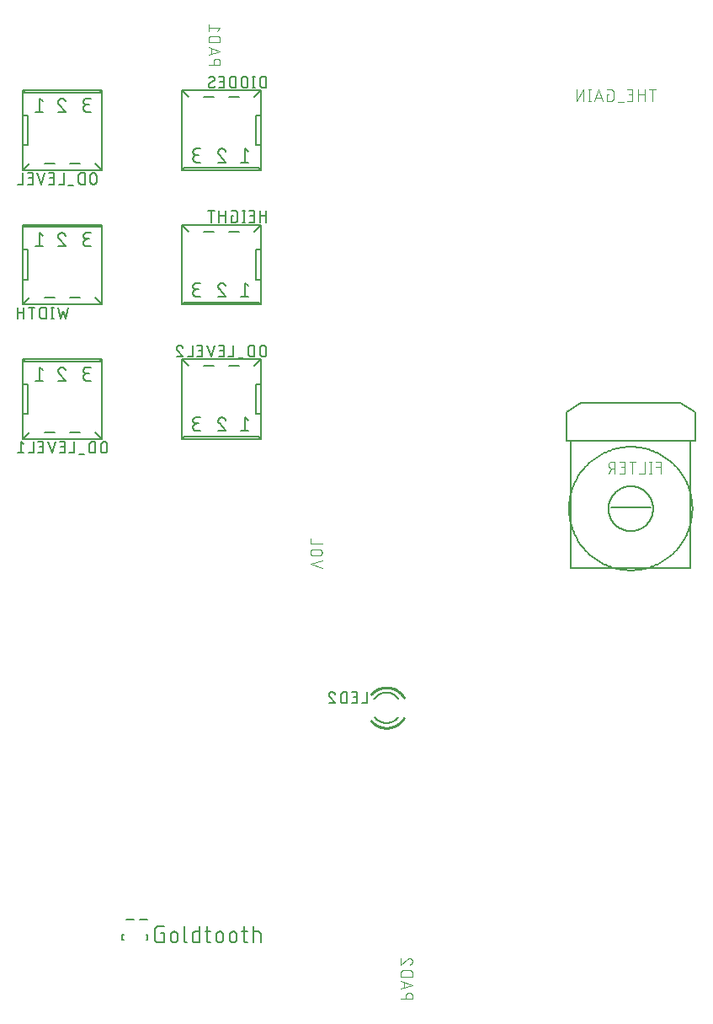
<source format=gbr>
G04 EAGLE Gerber X2 export*
%TF.Part,Single*%
%TF.FileFunction,Legend,Bot,1*%
%TF.FilePolarity,Positive*%
%TF.GenerationSoftware,Autodesk,EAGLE,9.2.2*%
%TF.CreationDate,2019-01-08T14:26:45Z*%
G75*
%MOMM*%
%FSLAX34Y34*%
%LPD*%
%INSilkscreen Bottom*%
%AMOC8*
5,1,8,0,0,1.08239X$1,22.5*%
G01*
%ADD10C,0.152400*%
%ADD11C,0.127000*%
%ADD12C,0.254000*%
%ADD13C,0.101600*%
%ADD14C,0.203200*%
%ADD15C,0.200000*%


D10*
X248384Y73293D02*
X251093Y73293D01*
X251093Y64262D01*
X245674Y64262D01*
X245556Y64264D01*
X245438Y64270D01*
X245320Y64279D01*
X245203Y64293D01*
X245086Y64310D01*
X244969Y64331D01*
X244854Y64356D01*
X244739Y64385D01*
X244625Y64418D01*
X244513Y64454D01*
X244402Y64494D01*
X244292Y64537D01*
X244183Y64584D01*
X244076Y64634D01*
X243971Y64689D01*
X243868Y64746D01*
X243767Y64807D01*
X243667Y64871D01*
X243570Y64938D01*
X243475Y65008D01*
X243383Y65082D01*
X243292Y65158D01*
X243205Y65238D01*
X243120Y65320D01*
X243038Y65405D01*
X242958Y65492D01*
X242882Y65583D01*
X242808Y65675D01*
X242738Y65770D01*
X242671Y65867D01*
X242607Y65967D01*
X242546Y66068D01*
X242489Y66171D01*
X242434Y66276D01*
X242384Y66383D01*
X242337Y66492D01*
X242294Y66602D01*
X242254Y66713D01*
X242218Y66825D01*
X242185Y66939D01*
X242156Y67054D01*
X242131Y67169D01*
X242110Y67286D01*
X242093Y67403D01*
X242079Y67520D01*
X242070Y67638D01*
X242064Y67756D01*
X242062Y67874D01*
X242062Y76906D01*
X242064Y77024D01*
X242070Y77142D01*
X242079Y77260D01*
X242093Y77377D01*
X242110Y77494D01*
X242131Y77611D01*
X242156Y77726D01*
X242185Y77841D01*
X242218Y77955D01*
X242254Y78067D01*
X242294Y78178D01*
X242337Y78288D01*
X242384Y78397D01*
X242434Y78504D01*
X242488Y78609D01*
X242546Y78712D01*
X242607Y78813D01*
X242671Y78913D01*
X242738Y79010D01*
X242808Y79105D01*
X242882Y79197D01*
X242958Y79288D01*
X243038Y79375D01*
X243120Y79460D01*
X243205Y79542D01*
X243292Y79622D01*
X243383Y79698D01*
X243475Y79772D01*
X243570Y79842D01*
X243667Y79909D01*
X243767Y79973D01*
X243868Y80034D01*
X243971Y80091D01*
X244076Y80145D01*
X244183Y80196D01*
X244292Y80243D01*
X244402Y80286D01*
X244513Y80326D01*
X244625Y80362D01*
X244739Y80395D01*
X244854Y80424D01*
X244969Y80449D01*
X245086Y80470D01*
X245203Y80487D01*
X245320Y80501D01*
X245438Y80510D01*
X245556Y80516D01*
X245674Y80518D01*
X251093Y80518D01*
X258075Y71487D02*
X258075Y67874D01*
X258076Y71487D02*
X258078Y71606D01*
X258084Y71726D01*
X258094Y71845D01*
X258108Y71963D01*
X258125Y72082D01*
X258147Y72199D01*
X258172Y72316D01*
X258202Y72431D01*
X258235Y72546D01*
X258272Y72660D01*
X258312Y72772D01*
X258357Y72883D01*
X258405Y72992D01*
X258456Y73100D01*
X258511Y73206D01*
X258570Y73310D01*
X258632Y73412D01*
X258697Y73512D01*
X258766Y73610D01*
X258838Y73706D01*
X258913Y73799D01*
X258990Y73889D01*
X259071Y73977D01*
X259155Y74062D01*
X259242Y74144D01*
X259331Y74224D01*
X259423Y74300D01*
X259517Y74374D01*
X259614Y74444D01*
X259712Y74511D01*
X259813Y74575D01*
X259917Y74635D01*
X260022Y74692D01*
X260129Y74745D01*
X260237Y74795D01*
X260347Y74841D01*
X260459Y74883D01*
X260572Y74922D01*
X260686Y74957D01*
X260801Y74988D01*
X260918Y75016D01*
X261035Y75039D01*
X261152Y75059D01*
X261271Y75075D01*
X261390Y75087D01*
X261509Y75095D01*
X261628Y75099D01*
X261748Y75099D01*
X261867Y75095D01*
X261986Y75087D01*
X262105Y75075D01*
X262224Y75059D01*
X262341Y75039D01*
X262458Y75016D01*
X262575Y74988D01*
X262690Y74957D01*
X262804Y74922D01*
X262917Y74883D01*
X263029Y74841D01*
X263139Y74795D01*
X263247Y74745D01*
X263354Y74692D01*
X263459Y74635D01*
X263563Y74575D01*
X263664Y74511D01*
X263762Y74444D01*
X263859Y74374D01*
X263953Y74300D01*
X264045Y74224D01*
X264134Y74144D01*
X264221Y74062D01*
X264305Y73977D01*
X264386Y73889D01*
X264463Y73799D01*
X264538Y73706D01*
X264610Y73610D01*
X264679Y73512D01*
X264744Y73412D01*
X264806Y73310D01*
X264865Y73206D01*
X264920Y73100D01*
X264971Y72992D01*
X265019Y72883D01*
X265064Y72772D01*
X265104Y72660D01*
X265141Y72546D01*
X265174Y72431D01*
X265204Y72316D01*
X265229Y72199D01*
X265251Y72082D01*
X265268Y71963D01*
X265282Y71845D01*
X265292Y71726D01*
X265298Y71606D01*
X265300Y71487D01*
X265300Y67874D01*
X265298Y67755D01*
X265292Y67635D01*
X265282Y67516D01*
X265268Y67398D01*
X265251Y67279D01*
X265229Y67162D01*
X265204Y67045D01*
X265174Y66930D01*
X265141Y66815D01*
X265104Y66701D01*
X265064Y66589D01*
X265019Y66478D01*
X264971Y66369D01*
X264920Y66261D01*
X264865Y66155D01*
X264806Y66051D01*
X264744Y65949D01*
X264679Y65849D01*
X264610Y65751D01*
X264538Y65655D01*
X264463Y65562D01*
X264386Y65472D01*
X264305Y65384D01*
X264221Y65299D01*
X264134Y65217D01*
X264045Y65137D01*
X263953Y65061D01*
X263859Y64987D01*
X263762Y64917D01*
X263664Y64850D01*
X263563Y64786D01*
X263459Y64726D01*
X263354Y64669D01*
X263247Y64616D01*
X263139Y64566D01*
X263029Y64520D01*
X262917Y64478D01*
X262804Y64439D01*
X262690Y64404D01*
X262575Y64373D01*
X262458Y64345D01*
X262341Y64322D01*
X262224Y64302D01*
X262105Y64286D01*
X261986Y64274D01*
X261867Y64266D01*
X261748Y64262D01*
X261628Y64262D01*
X261509Y64266D01*
X261390Y64274D01*
X261271Y64286D01*
X261152Y64302D01*
X261035Y64322D01*
X260918Y64345D01*
X260801Y64373D01*
X260686Y64404D01*
X260572Y64439D01*
X260459Y64478D01*
X260347Y64520D01*
X260237Y64566D01*
X260129Y64616D01*
X260022Y64669D01*
X259917Y64726D01*
X259813Y64786D01*
X259712Y64850D01*
X259614Y64917D01*
X259517Y64987D01*
X259423Y65061D01*
X259331Y65137D01*
X259242Y65217D01*
X259155Y65299D01*
X259071Y65384D01*
X258990Y65472D01*
X258913Y65562D01*
X258838Y65655D01*
X258766Y65751D01*
X258697Y65849D01*
X258632Y65949D01*
X258570Y66051D01*
X258511Y66155D01*
X258456Y66261D01*
X258405Y66369D01*
X258357Y66478D01*
X258312Y66589D01*
X258272Y66701D01*
X258235Y66815D01*
X258202Y66930D01*
X258172Y67045D01*
X258147Y67162D01*
X258125Y67279D01*
X258108Y67398D01*
X258094Y67516D01*
X258084Y67635D01*
X258078Y67755D01*
X258076Y67874D01*
X271859Y66971D02*
X271859Y80518D01*
X271860Y66971D02*
X271862Y66870D01*
X271868Y66769D01*
X271877Y66668D01*
X271890Y66567D01*
X271907Y66467D01*
X271928Y66368D01*
X271952Y66270D01*
X271980Y66173D01*
X272012Y66076D01*
X272047Y65981D01*
X272086Y65888D01*
X272128Y65796D01*
X272174Y65705D01*
X272223Y65617D01*
X272275Y65530D01*
X272331Y65445D01*
X272389Y65362D01*
X272451Y65282D01*
X272516Y65204D01*
X272583Y65128D01*
X272653Y65055D01*
X272726Y64985D01*
X272802Y64918D01*
X272880Y64853D01*
X272960Y64791D01*
X273043Y64733D01*
X273128Y64677D01*
X273215Y64625D01*
X273303Y64576D01*
X273394Y64530D01*
X273486Y64488D01*
X273579Y64449D01*
X273674Y64414D01*
X273771Y64382D01*
X273868Y64354D01*
X273966Y64330D01*
X274065Y64309D01*
X274165Y64292D01*
X274266Y64279D01*
X274367Y64270D01*
X274468Y64264D01*
X274569Y64262D01*
X287111Y64262D02*
X287111Y80518D01*
X287111Y64262D02*
X282595Y64262D01*
X282494Y64264D01*
X282393Y64270D01*
X282292Y64279D01*
X282191Y64292D01*
X282091Y64309D01*
X281992Y64330D01*
X281894Y64354D01*
X281797Y64382D01*
X281700Y64414D01*
X281605Y64449D01*
X281512Y64488D01*
X281420Y64530D01*
X281329Y64576D01*
X281241Y64625D01*
X281154Y64677D01*
X281069Y64733D01*
X280986Y64791D01*
X280906Y64853D01*
X280828Y64918D01*
X280752Y64985D01*
X280679Y65055D01*
X280609Y65128D01*
X280542Y65204D01*
X280477Y65282D01*
X280415Y65362D01*
X280357Y65445D01*
X280301Y65530D01*
X280249Y65617D01*
X280200Y65705D01*
X280154Y65796D01*
X280112Y65888D01*
X280073Y65981D01*
X280038Y66076D01*
X280006Y66173D01*
X279978Y66270D01*
X279954Y66368D01*
X279933Y66467D01*
X279916Y66567D01*
X279903Y66668D01*
X279894Y66769D01*
X279888Y66870D01*
X279886Y66971D01*
X279886Y72390D01*
X279888Y72491D01*
X279894Y72592D01*
X279903Y72693D01*
X279916Y72794D01*
X279933Y72894D01*
X279954Y72993D01*
X279978Y73091D01*
X280006Y73188D01*
X280038Y73285D01*
X280073Y73380D01*
X280112Y73473D01*
X280154Y73565D01*
X280200Y73656D01*
X280249Y73745D01*
X280301Y73831D01*
X280357Y73916D01*
X280415Y73999D01*
X280477Y74079D01*
X280542Y74157D01*
X280609Y74233D01*
X280679Y74306D01*
X280752Y74376D01*
X280828Y74443D01*
X280906Y74508D01*
X280986Y74570D01*
X281069Y74628D01*
X281154Y74684D01*
X281241Y74736D01*
X281329Y74785D01*
X281420Y74831D01*
X281512Y74873D01*
X281605Y74912D01*
X281700Y74947D01*
X281797Y74979D01*
X281894Y75007D01*
X281992Y75031D01*
X282091Y75052D01*
X282191Y75069D01*
X282292Y75082D01*
X282393Y75091D01*
X282494Y75097D01*
X282595Y75099D01*
X287111Y75099D01*
X292730Y75099D02*
X298149Y75099D01*
X294536Y80518D02*
X294536Y66971D01*
X294538Y66870D01*
X294544Y66769D01*
X294553Y66668D01*
X294566Y66567D01*
X294583Y66467D01*
X294604Y66368D01*
X294628Y66270D01*
X294656Y66173D01*
X294688Y66076D01*
X294723Y65981D01*
X294762Y65888D01*
X294804Y65796D01*
X294850Y65705D01*
X294899Y65617D01*
X294951Y65530D01*
X295007Y65445D01*
X295065Y65362D01*
X295127Y65282D01*
X295192Y65204D01*
X295259Y65128D01*
X295329Y65055D01*
X295402Y64985D01*
X295478Y64918D01*
X295556Y64853D01*
X295636Y64791D01*
X295719Y64733D01*
X295804Y64677D01*
X295891Y64625D01*
X295979Y64576D01*
X296070Y64530D01*
X296162Y64488D01*
X296255Y64449D01*
X296350Y64414D01*
X296447Y64382D01*
X296544Y64354D01*
X296642Y64330D01*
X296741Y64309D01*
X296841Y64292D01*
X296942Y64279D01*
X297043Y64270D01*
X297144Y64264D01*
X297245Y64262D01*
X298149Y64262D01*
X303927Y67874D02*
X303927Y71487D01*
X303929Y71606D01*
X303935Y71726D01*
X303945Y71845D01*
X303959Y71963D01*
X303976Y72082D01*
X303998Y72199D01*
X304023Y72316D01*
X304053Y72431D01*
X304086Y72546D01*
X304123Y72660D01*
X304163Y72772D01*
X304208Y72883D01*
X304256Y72992D01*
X304307Y73100D01*
X304362Y73206D01*
X304421Y73310D01*
X304483Y73412D01*
X304548Y73512D01*
X304617Y73610D01*
X304689Y73706D01*
X304764Y73799D01*
X304841Y73889D01*
X304922Y73977D01*
X305006Y74062D01*
X305093Y74144D01*
X305182Y74224D01*
X305274Y74300D01*
X305368Y74374D01*
X305465Y74444D01*
X305563Y74511D01*
X305664Y74575D01*
X305768Y74635D01*
X305873Y74692D01*
X305980Y74745D01*
X306088Y74795D01*
X306198Y74841D01*
X306310Y74883D01*
X306423Y74922D01*
X306537Y74957D01*
X306652Y74988D01*
X306769Y75016D01*
X306886Y75039D01*
X307003Y75059D01*
X307122Y75075D01*
X307241Y75087D01*
X307360Y75095D01*
X307479Y75099D01*
X307599Y75099D01*
X307718Y75095D01*
X307837Y75087D01*
X307956Y75075D01*
X308075Y75059D01*
X308192Y75039D01*
X308309Y75016D01*
X308426Y74988D01*
X308541Y74957D01*
X308655Y74922D01*
X308768Y74883D01*
X308880Y74841D01*
X308990Y74795D01*
X309098Y74745D01*
X309205Y74692D01*
X309310Y74635D01*
X309414Y74575D01*
X309515Y74511D01*
X309613Y74444D01*
X309710Y74374D01*
X309804Y74300D01*
X309896Y74224D01*
X309985Y74144D01*
X310072Y74062D01*
X310156Y73977D01*
X310237Y73889D01*
X310314Y73799D01*
X310389Y73706D01*
X310461Y73610D01*
X310530Y73512D01*
X310595Y73412D01*
X310657Y73310D01*
X310716Y73206D01*
X310771Y73100D01*
X310822Y72992D01*
X310870Y72883D01*
X310915Y72772D01*
X310955Y72660D01*
X310992Y72546D01*
X311025Y72431D01*
X311055Y72316D01*
X311080Y72199D01*
X311102Y72082D01*
X311119Y71963D01*
X311133Y71845D01*
X311143Y71726D01*
X311149Y71606D01*
X311151Y71487D01*
X311152Y71487D02*
X311152Y67874D01*
X311151Y67874D02*
X311149Y67755D01*
X311143Y67635D01*
X311133Y67516D01*
X311119Y67398D01*
X311102Y67279D01*
X311080Y67162D01*
X311055Y67045D01*
X311025Y66930D01*
X310992Y66815D01*
X310955Y66701D01*
X310915Y66589D01*
X310870Y66478D01*
X310822Y66369D01*
X310771Y66261D01*
X310716Y66155D01*
X310657Y66051D01*
X310595Y65949D01*
X310530Y65849D01*
X310461Y65751D01*
X310389Y65655D01*
X310314Y65562D01*
X310237Y65472D01*
X310156Y65384D01*
X310072Y65299D01*
X309985Y65217D01*
X309896Y65137D01*
X309804Y65061D01*
X309710Y64987D01*
X309613Y64917D01*
X309515Y64850D01*
X309414Y64786D01*
X309310Y64726D01*
X309205Y64669D01*
X309098Y64616D01*
X308990Y64566D01*
X308880Y64520D01*
X308768Y64478D01*
X308655Y64439D01*
X308541Y64404D01*
X308426Y64373D01*
X308309Y64345D01*
X308192Y64322D01*
X308075Y64302D01*
X307956Y64286D01*
X307837Y64274D01*
X307718Y64266D01*
X307599Y64262D01*
X307479Y64262D01*
X307360Y64266D01*
X307241Y64274D01*
X307122Y64286D01*
X307003Y64302D01*
X306886Y64322D01*
X306769Y64345D01*
X306652Y64373D01*
X306537Y64404D01*
X306423Y64439D01*
X306310Y64478D01*
X306198Y64520D01*
X306088Y64566D01*
X305980Y64616D01*
X305873Y64669D01*
X305768Y64726D01*
X305664Y64786D01*
X305563Y64850D01*
X305465Y64917D01*
X305368Y64987D01*
X305274Y65061D01*
X305182Y65137D01*
X305093Y65217D01*
X305006Y65299D01*
X304922Y65384D01*
X304841Y65472D01*
X304764Y65562D01*
X304689Y65655D01*
X304617Y65751D01*
X304548Y65849D01*
X304483Y65949D01*
X304421Y66051D01*
X304362Y66155D01*
X304307Y66261D01*
X304256Y66369D01*
X304208Y66478D01*
X304163Y66589D01*
X304123Y66701D01*
X304086Y66815D01*
X304053Y66930D01*
X304023Y67045D01*
X303998Y67162D01*
X303976Y67279D01*
X303959Y67398D01*
X303945Y67516D01*
X303935Y67635D01*
X303929Y67755D01*
X303927Y67874D01*
X317474Y67874D02*
X317474Y71487D01*
X317476Y71606D01*
X317482Y71726D01*
X317492Y71845D01*
X317506Y71963D01*
X317523Y72082D01*
X317545Y72199D01*
X317570Y72316D01*
X317600Y72431D01*
X317633Y72546D01*
X317670Y72660D01*
X317710Y72772D01*
X317755Y72883D01*
X317803Y72992D01*
X317854Y73100D01*
X317909Y73206D01*
X317968Y73310D01*
X318030Y73412D01*
X318095Y73512D01*
X318164Y73610D01*
X318236Y73706D01*
X318311Y73799D01*
X318388Y73889D01*
X318469Y73977D01*
X318553Y74062D01*
X318640Y74144D01*
X318729Y74224D01*
X318821Y74300D01*
X318915Y74374D01*
X319012Y74444D01*
X319110Y74511D01*
X319211Y74575D01*
X319315Y74635D01*
X319420Y74692D01*
X319527Y74745D01*
X319635Y74795D01*
X319745Y74841D01*
X319857Y74883D01*
X319970Y74922D01*
X320084Y74957D01*
X320199Y74988D01*
X320316Y75016D01*
X320433Y75039D01*
X320550Y75059D01*
X320669Y75075D01*
X320788Y75087D01*
X320907Y75095D01*
X321026Y75099D01*
X321146Y75099D01*
X321265Y75095D01*
X321384Y75087D01*
X321503Y75075D01*
X321622Y75059D01*
X321739Y75039D01*
X321856Y75016D01*
X321973Y74988D01*
X322088Y74957D01*
X322202Y74922D01*
X322315Y74883D01*
X322427Y74841D01*
X322537Y74795D01*
X322645Y74745D01*
X322752Y74692D01*
X322857Y74635D01*
X322961Y74575D01*
X323062Y74511D01*
X323160Y74444D01*
X323257Y74374D01*
X323351Y74300D01*
X323443Y74224D01*
X323532Y74144D01*
X323619Y74062D01*
X323703Y73977D01*
X323784Y73889D01*
X323861Y73799D01*
X323936Y73706D01*
X324008Y73610D01*
X324077Y73512D01*
X324142Y73412D01*
X324204Y73310D01*
X324263Y73206D01*
X324318Y73100D01*
X324369Y72992D01*
X324417Y72883D01*
X324462Y72772D01*
X324502Y72660D01*
X324539Y72546D01*
X324572Y72431D01*
X324602Y72316D01*
X324627Y72199D01*
X324649Y72082D01*
X324666Y71963D01*
X324680Y71845D01*
X324690Y71726D01*
X324696Y71606D01*
X324698Y71487D01*
X324699Y71487D02*
X324699Y67874D01*
X324698Y67874D02*
X324696Y67755D01*
X324690Y67635D01*
X324680Y67516D01*
X324666Y67398D01*
X324649Y67279D01*
X324627Y67162D01*
X324602Y67045D01*
X324572Y66930D01*
X324539Y66815D01*
X324502Y66701D01*
X324462Y66589D01*
X324417Y66478D01*
X324369Y66369D01*
X324318Y66261D01*
X324263Y66155D01*
X324204Y66051D01*
X324142Y65949D01*
X324077Y65849D01*
X324008Y65751D01*
X323936Y65655D01*
X323861Y65562D01*
X323784Y65472D01*
X323703Y65384D01*
X323619Y65299D01*
X323532Y65217D01*
X323443Y65137D01*
X323351Y65061D01*
X323257Y64987D01*
X323160Y64917D01*
X323062Y64850D01*
X322961Y64786D01*
X322857Y64726D01*
X322752Y64669D01*
X322645Y64616D01*
X322537Y64566D01*
X322427Y64520D01*
X322315Y64478D01*
X322202Y64439D01*
X322088Y64404D01*
X321973Y64373D01*
X321856Y64345D01*
X321739Y64322D01*
X321622Y64302D01*
X321503Y64286D01*
X321384Y64274D01*
X321265Y64266D01*
X321146Y64262D01*
X321026Y64262D01*
X320907Y64266D01*
X320788Y64274D01*
X320669Y64286D01*
X320550Y64302D01*
X320433Y64322D01*
X320316Y64345D01*
X320199Y64373D01*
X320084Y64404D01*
X319970Y64439D01*
X319857Y64478D01*
X319745Y64520D01*
X319635Y64566D01*
X319527Y64616D01*
X319420Y64669D01*
X319315Y64726D01*
X319211Y64786D01*
X319110Y64850D01*
X319012Y64917D01*
X318915Y64987D01*
X318821Y65061D01*
X318729Y65137D01*
X318640Y65217D01*
X318553Y65299D01*
X318469Y65384D01*
X318388Y65472D01*
X318311Y65562D01*
X318236Y65655D01*
X318164Y65751D01*
X318095Y65849D01*
X318030Y65949D01*
X317968Y66051D01*
X317909Y66155D01*
X317854Y66261D01*
X317803Y66369D01*
X317755Y66478D01*
X317710Y66589D01*
X317670Y66701D01*
X317633Y66815D01*
X317600Y66930D01*
X317570Y67045D01*
X317545Y67162D01*
X317523Y67279D01*
X317506Y67398D01*
X317492Y67516D01*
X317482Y67635D01*
X317476Y67755D01*
X317474Y67874D01*
X329724Y75099D02*
X335142Y75099D01*
X331530Y80518D02*
X331530Y66971D01*
X331532Y66870D01*
X331538Y66769D01*
X331547Y66668D01*
X331560Y66567D01*
X331577Y66467D01*
X331598Y66368D01*
X331622Y66270D01*
X331650Y66173D01*
X331682Y66076D01*
X331717Y65981D01*
X331756Y65888D01*
X331798Y65796D01*
X331844Y65705D01*
X331893Y65617D01*
X331945Y65530D01*
X332001Y65445D01*
X332059Y65362D01*
X332121Y65282D01*
X332186Y65204D01*
X332253Y65128D01*
X332323Y65055D01*
X332396Y64985D01*
X332472Y64918D01*
X332550Y64853D01*
X332630Y64791D01*
X332713Y64733D01*
X332798Y64677D01*
X332885Y64625D01*
X332973Y64576D01*
X333064Y64530D01*
X333156Y64488D01*
X333249Y64449D01*
X333344Y64414D01*
X333441Y64382D01*
X333538Y64354D01*
X333636Y64330D01*
X333735Y64309D01*
X333835Y64292D01*
X333936Y64279D01*
X334037Y64270D01*
X334138Y64264D01*
X334239Y64262D01*
X335142Y64262D01*
X341442Y64262D02*
X341442Y80518D01*
X341442Y75099D02*
X345957Y75099D01*
X346061Y75097D01*
X346164Y75091D01*
X346268Y75081D01*
X346371Y75067D01*
X346473Y75049D01*
X346574Y75028D01*
X346675Y75002D01*
X346774Y74973D01*
X346873Y74940D01*
X346970Y74903D01*
X347065Y74862D01*
X347159Y74818D01*
X347251Y74770D01*
X347341Y74719D01*
X347430Y74664D01*
X347516Y74606D01*
X347599Y74544D01*
X347681Y74480D01*
X347759Y74412D01*
X347835Y74342D01*
X347909Y74269D01*
X347979Y74192D01*
X348047Y74114D01*
X348111Y74032D01*
X348173Y73949D01*
X348231Y73863D01*
X348286Y73774D01*
X348337Y73684D01*
X348385Y73592D01*
X348429Y73498D01*
X348470Y73403D01*
X348507Y73306D01*
X348540Y73207D01*
X348569Y73108D01*
X348595Y73007D01*
X348616Y72906D01*
X348634Y72804D01*
X348648Y72701D01*
X348658Y72597D01*
X348664Y72494D01*
X348666Y72390D01*
X348667Y72390D02*
X348667Y64262D01*
X349200Y705000D02*
X347300Y705000D01*
X349200Y785000D02*
X269200Y785000D01*
X269200Y705000D01*
X344200Y760000D02*
X349200Y760000D01*
X344200Y760000D02*
X344200Y730000D01*
X349200Y730000D01*
X347300Y707060D02*
X347300Y705000D01*
X271100Y705000D02*
X271100Y707060D01*
X271100Y705000D02*
X269200Y705000D01*
X271100Y707060D02*
X347300Y707060D01*
X347300Y705000D02*
X271100Y705000D01*
X342220Y778180D02*
X349200Y785000D01*
X326980Y778180D02*
X316820Y778180D01*
X349200Y785000D02*
X349200Y760000D01*
X349200Y730000D01*
X349200Y705000D01*
X301580Y778180D02*
X291420Y778180D01*
X276180Y778180D02*
X269200Y785000D01*
X332568Y726618D02*
X336378Y723570D01*
X332568Y726618D02*
X332568Y712902D01*
X336378Y712902D02*
X328758Y712902D01*
X309327Y726618D02*
X309212Y726616D01*
X309098Y726610D01*
X308984Y726601D01*
X308870Y726587D01*
X308757Y726570D01*
X308644Y726549D01*
X308532Y726525D01*
X308421Y726496D01*
X308311Y726464D01*
X308202Y726428D01*
X308095Y726389D01*
X307988Y726346D01*
X307884Y726299D01*
X307780Y726249D01*
X307679Y726196D01*
X307580Y726139D01*
X307482Y726079D01*
X307386Y726016D01*
X307293Y725950D01*
X307202Y725880D01*
X307113Y725808D01*
X307027Y725732D01*
X306943Y725654D01*
X306862Y725573D01*
X306784Y725489D01*
X306708Y725403D01*
X306636Y725314D01*
X306566Y725223D01*
X306500Y725130D01*
X306437Y725034D01*
X306377Y724936D01*
X306320Y724837D01*
X306267Y724736D01*
X306217Y724632D01*
X306170Y724528D01*
X306127Y724421D01*
X306088Y724314D01*
X306052Y724205D01*
X306020Y724095D01*
X305991Y723984D01*
X305967Y723872D01*
X305946Y723759D01*
X305929Y723646D01*
X305915Y723532D01*
X305906Y723418D01*
X305900Y723304D01*
X305898Y723189D01*
X309327Y726618D02*
X309459Y726616D01*
X309591Y726610D01*
X309722Y726600D01*
X309853Y726586D01*
X309984Y726569D01*
X310114Y726547D01*
X310244Y726522D01*
X310372Y726492D01*
X310500Y726459D01*
X310626Y726422D01*
X310752Y726381D01*
X310876Y726337D01*
X310999Y726288D01*
X311120Y726237D01*
X311240Y726181D01*
X311358Y726122D01*
X311474Y726060D01*
X311588Y725994D01*
X311700Y725924D01*
X311810Y725851D01*
X311918Y725775D01*
X312023Y725696D01*
X312126Y725614D01*
X312227Y725529D01*
X312325Y725440D01*
X312420Y725349D01*
X312513Y725255D01*
X312602Y725158D01*
X312689Y725059D01*
X312773Y724957D01*
X312853Y724853D01*
X312931Y724746D01*
X313005Y724637D01*
X313076Y724526D01*
X313144Y724412D01*
X313208Y724297D01*
X313268Y724180D01*
X313326Y724061D01*
X313379Y723941D01*
X313429Y723819D01*
X313475Y723695D01*
X313518Y723570D01*
X307041Y720522D02*
X306956Y720606D01*
X306874Y720692D01*
X306794Y720781D01*
X306718Y720873D01*
X306644Y720966D01*
X306574Y721063D01*
X306506Y721161D01*
X306442Y721262D01*
X306382Y721365D01*
X306324Y721469D01*
X306270Y721575D01*
X306220Y721684D01*
X306173Y721793D01*
X306129Y721904D01*
X306090Y722017D01*
X306053Y722130D01*
X306021Y722245D01*
X305992Y722361D01*
X305967Y722478D01*
X305946Y722595D01*
X305929Y722713D01*
X305915Y722832D01*
X305906Y722951D01*
X305900Y723070D01*
X305898Y723189D01*
X307041Y720522D02*
X313518Y712902D01*
X305898Y712902D01*
X288118Y712902D02*
X284308Y712902D01*
X284186Y712904D01*
X284064Y712910D01*
X283942Y712920D01*
X283821Y712933D01*
X283700Y712951D01*
X283580Y712972D01*
X283460Y712998D01*
X283342Y713027D01*
X283224Y713059D01*
X283107Y713096D01*
X282992Y713136D01*
X282878Y713180D01*
X282766Y713228D01*
X282655Y713279D01*
X282546Y713334D01*
X282438Y713392D01*
X282333Y713454D01*
X282230Y713519D01*
X282128Y713587D01*
X282029Y713659D01*
X281933Y713733D01*
X281838Y713811D01*
X281747Y713892D01*
X281657Y713975D01*
X281571Y714061D01*
X281488Y714151D01*
X281407Y714242D01*
X281329Y714337D01*
X281255Y714433D01*
X281183Y714532D01*
X281115Y714634D01*
X281050Y714737D01*
X280988Y714842D01*
X280930Y714950D01*
X280875Y715059D01*
X280824Y715170D01*
X280776Y715282D01*
X280732Y715396D01*
X280692Y715511D01*
X280655Y715628D01*
X280623Y715746D01*
X280594Y715864D01*
X280568Y715984D01*
X280547Y716104D01*
X280529Y716225D01*
X280516Y716346D01*
X280506Y716468D01*
X280500Y716590D01*
X280498Y716712D01*
X280500Y716834D01*
X280506Y716956D01*
X280516Y717078D01*
X280529Y717199D01*
X280547Y717320D01*
X280568Y717440D01*
X280594Y717560D01*
X280623Y717678D01*
X280655Y717796D01*
X280692Y717913D01*
X280732Y718028D01*
X280776Y718142D01*
X280824Y718254D01*
X280875Y718365D01*
X280930Y718474D01*
X280988Y718582D01*
X281050Y718687D01*
X281115Y718790D01*
X281183Y718892D01*
X281255Y718991D01*
X281329Y719087D01*
X281407Y719182D01*
X281488Y719273D01*
X281571Y719363D01*
X281657Y719449D01*
X281747Y719532D01*
X281838Y719613D01*
X281933Y719691D01*
X282029Y719765D01*
X282128Y719837D01*
X282230Y719905D01*
X282333Y719970D01*
X282438Y720032D01*
X282546Y720090D01*
X282655Y720145D01*
X282766Y720196D01*
X282878Y720244D01*
X282992Y720288D01*
X283107Y720328D01*
X283224Y720365D01*
X283342Y720397D01*
X283460Y720426D01*
X283580Y720452D01*
X283700Y720473D01*
X283821Y720491D01*
X283942Y720504D01*
X284064Y720514D01*
X284186Y720520D01*
X284308Y720522D01*
X283546Y726618D02*
X288118Y726618D01*
X283546Y726618D02*
X283437Y726616D01*
X283329Y726610D01*
X283220Y726601D01*
X283112Y726587D01*
X283005Y726570D01*
X282898Y726548D01*
X282792Y726523D01*
X282687Y726495D01*
X282583Y726462D01*
X282481Y726426D01*
X282380Y726386D01*
X282280Y726343D01*
X282182Y726296D01*
X282085Y726245D01*
X281991Y726191D01*
X281898Y726134D01*
X281808Y726074D01*
X281719Y726010D01*
X281633Y725943D01*
X281550Y725874D01*
X281469Y725801D01*
X281391Y725725D01*
X281315Y725647D01*
X281242Y725566D01*
X281173Y725483D01*
X281106Y725397D01*
X281042Y725308D01*
X280982Y725218D01*
X280925Y725125D01*
X280871Y725031D01*
X280820Y724934D01*
X280773Y724836D01*
X280730Y724736D01*
X280690Y724635D01*
X280654Y724533D01*
X280621Y724429D01*
X280593Y724324D01*
X280568Y724218D01*
X280546Y724111D01*
X280529Y724004D01*
X280515Y723896D01*
X280506Y723787D01*
X280500Y723679D01*
X280498Y723570D01*
X280500Y723461D01*
X280506Y723353D01*
X280515Y723244D01*
X280529Y723136D01*
X280546Y723029D01*
X280568Y722922D01*
X280593Y722816D01*
X280621Y722711D01*
X280654Y722607D01*
X280690Y722505D01*
X280730Y722404D01*
X280773Y722304D01*
X280820Y722206D01*
X280871Y722109D01*
X280925Y722015D01*
X280982Y721922D01*
X281042Y721832D01*
X281106Y721743D01*
X281173Y721657D01*
X281242Y721574D01*
X281315Y721493D01*
X281391Y721415D01*
X281469Y721339D01*
X281550Y721266D01*
X281633Y721197D01*
X281719Y721130D01*
X281808Y721066D01*
X281898Y721006D01*
X281991Y720949D01*
X282085Y720895D01*
X282182Y720844D01*
X282280Y720797D01*
X282380Y720754D01*
X282481Y720714D01*
X282583Y720678D01*
X282687Y720645D01*
X282792Y720617D01*
X282898Y720592D01*
X283005Y720570D01*
X283112Y720553D01*
X283220Y720539D01*
X283329Y720530D01*
X283437Y720524D01*
X283546Y720522D01*
X286594Y720522D01*
D11*
X354285Y787705D02*
X354285Y799135D01*
X354285Y794055D02*
X347935Y794055D01*
X347935Y799135D02*
X347935Y787705D01*
X342068Y787705D02*
X336988Y787705D01*
X342068Y787705D02*
X342068Y799135D01*
X336988Y799135D01*
X338258Y794055D02*
X342068Y794055D01*
X331679Y799135D02*
X331679Y787705D01*
X332949Y787705D02*
X330409Y787705D01*
X330409Y799135D02*
X332949Y799135D01*
X320884Y794055D02*
X318979Y794055D01*
X318979Y787705D01*
X322789Y787705D01*
X322889Y787707D01*
X322988Y787713D01*
X323088Y787723D01*
X323186Y787736D01*
X323285Y787754D01*
X323382Y787775D01*
X323478Y787800D01*
X323574Y787829D01*
X323668Y787862D01*
X323761Y787898D01*
X323852Y787938D01*
X323942Y787982D01*
X324030Y788029D01*
X324116Y788079D01*
X324200Y788133D01*
X324282Y788190D01*
X324361Y788250D01*
X324439Y788314D01*
X324513Y788380D01*
X324585Y788449D01*
X324654Y788521D01*
X324720Y788595D01*
X324784Y788673D01*
X324844Y788752D01*
X324901Y788834D01*
X324955Y788918D01*
X325005Y789004D01*
X325052Y789092D01*
X325096Y789182D01*
X325136Y789273D01*
X325172Y789366D01*
X325205Y789460D01*
X325234Y789556D01*
X325259Y789652D01*
X325280Y789749D01*
X325298Y789848D01*
X325311Y789946D01*
X325321Y790046D01*
X325327Y790145D01*
X325329Y790245D01*
X325329Y796595D01*
X325327Y796695D01*
X325321Y796794D01*
X325311Y796894D01*
X325298Y796992D01*
X325280Y797091D01*
X325259Y797188D01*
X325234Y797284D01*
X325205Y797380D01*
X325172Y797474D01*
X325136Y797567D01*
X325096Y797658D01*
X325052Y797748D01*
X325005Y797836D01*
X324955Y797922D01*
X324901Y798006D01*
X324844Y798088D01*
X324784Y798167D01*
X324720Y798245D01*
X324654Y798319D01*
X324585Y798391D01*
X324513Y798460D01*
X324439Y798526D01*
X324361Y798590D01*
X324282Y798650D01*
X324200Y798707D01*
X324116Y798761D01*
X324030Y798811D01*
X323942Y798858D01*
X323852Y798902D01*
X323761Y798942D01*
X323668Y798978D01*
X323574Y799011D01*
X323478Y799040D01*
X323382Y799065D01*
X323285Y799086D01*
X323186Y799104D01*
X323088Y799117D01*
X322988Y799127D01*
X322889Y799133D01*
X322789Y799135D01*
X318979Y799135D01*
X313137Y799135D02*
X313137Y787705D01*
X313137Y794055D02*
X306787Y794055D01*
X306787Y799135D02*
X306787Y787705D01*
X298913Y787705D02*
X298913Y799135D01*
X302088Y799135D02*
X295738Y799135D01*
D10*
X475000Y315240D02*
X474628Y315235D01*
X474257Y315222D01*
X473886Y315199D01*
X473516Y315168D01*
X473147Y315127D01*
X472779Y315077D01*
X472412Y315019D01*
X472047Y314951D01*
X471683Y314875D01*
X471322Y314790D01*
X470963Y314695D01*
X470606Y314593D01*
X470251Y314481D01*
X469900Y314361D01*
X469551Y314233D01*
X469206Y314096D01*
X468864Y313950D01*
X468526Y313797D01*
X468192Y313635D01*
X467862Y313465D01*
X467536Y313287D01*
X467214Y313101D01*
X466897Y312907D01*
X466585Y312706D01*
X466278Y312497D01*
X465976Y312281D01*
X465679Y312057D01*
X465388Y311827D01*
X465103Y311589D01*
X464823Y311344D01*
X464550Y311093D01*
X464283Y310835D01*
X464022Y310571D01*
X463767Y310300D01*
X463520Y310023D01*
X463279Y309740D01*
X463045Y309452D01*
X462818Y309158D01*
X462599Y308858D01*
X475000Y315240D02*
X475372Y315235D01*
X475743Y315222D01*
X476115Y315199D01*
X476485Y315167D01*
X476855Y315127D01*
X477223Y315077D01*
X477591Y315018D01*
X477956Y314951D01*
X478320Y314874D01*
X478682Y314788D01*
X479042Y314694D01*
X479399Y314591D01*
X479754Y314480D01*
X480106Y314359D01*
X480455Y314230D01*
X480800Y314093D01*
X481142Y313947D01*
X481481Y313793D01*
X481816Y313631D01*
X482146Y313461D01*
X482472Y313282D01*
X482794Y313096D01*
X483112Y312902D01*
X483424Y312700D01*
X483731Y312491D01*
X484033Y312274D01*
X484330Y312050D01*
X484622Y311819D01*
X484907Y311581D01*
X485187Y311335D01*
X485460Y311083D01*
X485728Y310825D01*
X485988Y310560D01*
X486243Y310289D01*
X486491Y310011D01*
X486731Y309728D01*
X486965Y309439D01*
X487192Y309144D01*
X475000Y284760D02*
X474635Y284764D01*
X474270Y284777D01*
X473906Y284799D01*
X473543Y284830D01*
X473180Y284869D01*
X472818Y284917D01*
X472458Y284974D01*
X472099Y285039D01*
X471741Y285112D01*
X471386Y285195D01*
X471033Y285285D01*
X470681Y285385D01*
X470333Y285492D01*
X469987Y285608D01*
X469644Y285732D01*
X469304Y285865D01*
X468967Y286005D01*
X468634Y286153D01*
X468304Y286310D01*
X467978Y286474D01*
X467656Y286646D01*
X467339Y286826D01*
X467026Y287013D01*
X466717Y287207D01*
X466413Y287409D01*
X466114Y287619D01*
X465820Y287835D01*
X465532Y288058D01*
X465249Y288288D01*
X464971Y288525D01*
X464699Y288768D01*
X464433Y289018D01*
X464173Y289274D01*
X463920Y289537D01*
X463672Y289805D01*
X463432Y290079D01*
X463197Y290359D01*
X462970Y290644D01*
X475000Y284760D02*
X475365Y284764D01*
X475730Y284777D01*
X476094Y284799D01*
X476457Y284830D01*
X476820Y284869D01*
X477182Y284917D01*
X477542Y284974D01*
X477901Y285039D01*
X478259Y285112D01*
X478614Y285195D01*
X478967Y285285D01*
X479319Y285385D01*
X479667Y285492D01*
X480013Y285608D01*
X480356Y285732D01*
X480696Y285865D01*
X481033Y286005D01*
X481366Y286153D01*
X481696Y286310D01*
X482022Y286474D01*
X482344Y286646D01*
X482661Y286826D01*
X482974Y287013D01*
X483283Y287207D01*
X483587Y287409D01*
X483886Y287619D01*
X484180Y287835D01*
X484468Y288058D01*
X484751Y288288D01*
X485029Y288525D01*
X485301Y288768D01*
X485567Y289018D01*
X485827Y289274D01*
X486080Y289537D01*
X486328Y289805D01*
X486568Y290079D01*
X486803Y290359D01*
X487030Y290644D01*
D12*
X475000Y320320D02*
X474506Y320314D01*
X474012Y320296D01*
X473518Y320266D01*
X473025Y320224D01*
X472534Y320170D01*
X472044Y320104D01*
X471556Y320026D01*
X471069Y319936D01*
X470585Y319835D01*
X470104Y319721D01*
X469626Y319596D01*
X469150Y319460D01*
X468679Y319312D01*
X468211Y319152D01*
X467747Y318981D01*
X467287Y318799D01*
X466832Y318606D01*
X466381Y318402D01*
X465936Y318187D01*
X465496Y317961D01*
X465062Y317724D01*
X464634Y317477D01*
X464212Y317220D01*
X463796Y316952D01*
X463387Y316674D01*
X462985Y316387D01*
X462589Y316090D01*
X462202Y315783D01*
X461821Y315467D01*
X461449Y315142D01*
X461084Y314807D01*
X460728Y314464D01*
X460381Y314113D01*
X460041Y313753D01*
X459711Y313385D01*
X459390Y313009D01*
X475000Y320320D02*
X475488Y320314D01*
X475975Y320297D01*
X476462Y320267D01*
X476949Y320226D01*
X477434Y320174D01*
X477918Y320109D01*
X478400Y320033D01*
X478880Y319946D01*
X479358Y319847D01*
X479833Y319737D01*
X480306Y319615D01*
X480775Y319482D01*
X481242Y319337D01*
X481704Y319182D01*
X482163Y319015D01*
X482618Y318838D01*
X483068Y318649D01*
X483513Y318450D01*
X483954Y318240D01*
X484390Y318020D01*
X484820Y317789D01*
X485244Y317548D01*
X485662Y317297D01*
X486075Y317036D01*
X486481Y316765D01*
X486880Y316485D01*
X487273Y316195D01*
X487658Y315895D01*
X488036Y315586D01*
X488407Y315269D01*
X488769Y314942D01*
X489124Y314607D01*
X489471Y314264D01*
X489809Y313912D01*
X490139Y313553D01*
X490460Y313185D01*
X490773Y312810D01*
X491076Y312427D01*
X491370Y312038D01*
X491654Y311641D01*
X491929Y311238D01*
X492194Y310828D01*
X492449Y310412D01*
X492694Y309990D01*
X492929Y309562D01*
X475000Y279680D02*
X474510Y279686D01*
X474020Y279704D01*
X473531Y279733D01*
X473042Y279775D01*
X472555Y279828D01*
X472069Y279892D01*
X471585Y279969D01*
X471103Y280057D01*
X470623Y280157D01*
X470145Y280268D01*
X469671Y280391D01*
X469199Y280526D01*
X468731Y280671D01*
X468267Y280828D01*
X467806Y280996D01*
X467350Y281175D01*
X466898Y281365D01*
X466451Y281566D01*
X466009Y281778D01*
X465572Y282000D01*
X465140Y282232D01*
X464714Y282475D01*
X464295Y282729D01*
X463881Y282992D01*
X463474Y283265D01*
X463074Y283548D01*
X462680Y283841D01*
X462294Y284142D01*
X461915Y284454D01*
X461544Y284774D01*
X461181Y285103D01*
X460825Y285440D01*
X460478Y285787D01*
X460140Y286141D01*
X459810Y286504D01*
X459488Y286874D01*
X475000Y279680D02*
X475497Y279686D01*
X475994Y279704D01*
X476490Y279735D01*
X476985Y279777D01*
X477479Y279832D01*
X477972Y279898D01*
X478462Y279977D01*
X478951Y280068D01*
X479437Y280170D01*
X479921Y280285D01*
X480401Y280411D01*
X480879Y280549D01*
X481353Y280698D01*
X481823Y280859D01*
X482289Y281032D01*
X482751Y281216D01*
X483208Y281411D01*
X483660Y281617D01*
X484107Y281834D01*
X484548Y282063D01*
X484984Y282301D01*
X485414Y282551D01*
X485837Y282811D01*
X486255Y283081D01*
X486665Y283361D01*
X487068Y283651D01*
X487465Y283951D01*
X487853Y284261D01*
X488234Y284580D01*
X488607Y284908D01*
X488972Y285245D01*
X489329Y285591D01*
X489677Y285946D01*
X490016Y286309D01*
X490347Y286680D01*
X490668Y287060D01*
X490980Y287447D01*
X491282Y287841D01*
X491574Y288243D01*
X491857Y288652D01*
X492129Y289067D01*
X492392Y289490D01*
X492643Y289918D01*
D11*
X455315Y304445D02*
X455315Y315875D01*
X455315Y304445D02*
X450235Y304445D01*
X445409Y304445D02*
X440329Y304445D01*
X445409Y304445D02*
X445409Y315875D01*
X440329Y315875D01*
X441599Y310795D02*
X445409Y310795D01*
X435528Y315875D02*
X435528Y304445D01*
X435528Y315875D02*
X432353Y315875D01*
X432242Y315873D01*
X432132Y315867D01*
X432021Y315858D01*
X431911Y315844D01*
X431802Y315827D01*
X431693Y315806D01*
X431585Y315781D01*
X431478Y315752D01*
X431372Y315720D01*
X431267Y315684D01*
X431164Y315644D01*
X431062Y315601D01*
X430961Y315554D01*
X430862Y315503D01*
X430766Y315450D01*
X430671Y315393D01*
X430578Y315332D01*
X430487Y315269D01*
X430398Y315202D01*
X430312Y315132D01*
X430229Y315059D01*
X430147Y314984D01*
X430069Y314906D01*
X429994Y314824D01*
X429921Y314741D01*
X429851Y314655D01*
X429784Y314566D01*
X429721Y314475D01*
X429660Y314382D01*
X429603Y314288D01*
X429550Y314191D01*
X429499Y314092D01*
X429452Y313991D01*
X429409Y313889D01*
X429369Y313786D01*
X429333Y313681D01*
X429301Y313575D01*
X429272Y313468D01*
X429247Y313360D01*
X429226Y313251D01*
X429209Y313142D01*
X429195Y313032D01*
X429186Y312921D01*
X429180Y312811D01*
X429178Y312700D01*
X429178Y307620D01*
X429180Y307509D01*
X429186Y307399D01*
X429195Y307288D01*
X429209Y307178D01*
X429226Y307069D01*
X429247Y306960D01*
X429272Y306852D01*
X429301Y306745D01*
X429333Y306639D01*
X429369Y306534D01*
X429409Y306431D01*
X429452Y306329D01*
X429499Y306228D01*
X429550Y306129D01*
X429603Y306033D01*
X429660Y305938D01*
X429721Y305845D01*
X429784Y305754D01*
X429851Y305665D01*
X429921Y305579D01*
X429994Y305496D01*
X430069Y305414D01*
X430147Y305336D01*
X430229Y305261D01*
X430312Y305188D01*
X430398Y305118D01*
X430487Y305051D01*
X430578Y304988D01*
X430671Y304927D01*
X430766Y304870D01*
X430862Y304817D01*
X430961Y304766D01*
X431062Y304719D01*
X431164Y304676D01*
X431267Y304636D01*
X431372Y304600D01*
X431478Y304568D01*
X431585Y304539D01*
X431693Y304514D01*
X431802Y304493D01*
X431911Y304476D01*
X432021Y304462D01*
X432132Y304453D01*
X432242Y304447D01*
X432353Y304445D01*
X435528Y304445D01*
X420225Y315876D02*
X420121Y315874D01*
X420016Y315868D01*
X419912Y315859D01*
X419809Y315846D01*
X419706Y315828D01*
X419604Y315808D01*
X419502Y315783D01*
X419402Y315755D01*
X419302Y315723D01*
X419204Y315687D01*
X419107Y315648D01*
X419012Y315606D01*
X418918Y315560D01*
X418826Y315510D01*
X418736Y315458D01*
X418648Y315402D01*
X418562Y315342D01*
X418478Y315280D01*
X418397Y315215D01*
X418318Y315147D01*
X418241Y315075D01*
X418168Y315002D01*
X418096Y314925D01*
X418028Y314846D01*
X417963Y314765D01*
X417901Y314681D01*
X417841Y314595D01*
X417785Y314507D01*
X417733Y314417D01*
X417683Y314325D01*
X417637Y314231D01*
X417595Y314136D01*
X417556Y314039D01*
X417520Y313941D01*
X417488Y313841D01*
X417460Y313741D01*
X417435Y313639D01*
X417415Y313537D01*
X417397Y313434D01*
X417384Y313331D01*
X417375Y313227D01*
X417369Y313122D01*
X417367Y313018D01*
X420225Y315875D02*
X420343Y315873D01*
X420462Y315867D01*
X420580Y315858D01*
X420697Y315845D01*
X420814Y315827D01*
X420931Y315807D01*
X421047Y315782D01*
X421162Y315754D01*
X421275Y315721D01*
X421388Y315686D01*
X421500Y315646D01*
X421610Y315604D01*
X421719Y315557D01*
X421827Y315507D01*
X421932Y315454D01*
X422036Y315397D01*
X422138Y315337D01*
X422238Y315274D01*
X422336Y315207D01*
X422432Y315138D01*
X422525Y315065D01*
X422616Y314989D01*
X422705Y314911D01*
X422791Y314829D01*
X422874Y314745D01*
X422955Y314659D01*
X423032Y314569D01*
X423107Y314478D01*
X423179Y314384D01*
X423248Y314287D01*
X423313Y314189D01*
X423376Y314088D01*
X423435Y313985D01*
X423491Y313881D01*
X423543Y313775D01*
X423592Y313667D01*
X423637Y313558D01*
X423679Y313447D01*
X423717Y313335D01*
X418320Y310796D02*
X418244Y310871D01*
X418169Y310950D01*
X418098Y311031D01*
X418029Y311115D01*
X417964Y311201D01*
X417902Y311289D01*
X417842Y311379D01*
X417786Y311471D01*
X417733Y311566D01*
X417684Y311662D01*
X417638Y311760D01*
X417595Y311859D01*
X417556Y311960D01*
X417521Y312062D01*
X417489Y312165D01*
X417461Y312269D01*
X417436Y312374D01*
X417415Y312481D01*
X417398Y312587D01*
X417385Y312694D01*
X417376Y312802D01*
X417370Y312910D01*
X417368Y313018D01*
X418320Y310795D02*
X423717Y304445D01*
X417367Y304445D01*
D10*
X349200Y840000D02*
X347300Y840000D01*
X349200Y920000D02*
X269200Y920000D01*
X269200Y840000D01*
X344200Y895000D02*
X349200Y895000D01*
X344200Y895000D02*
X344200Y865000D01*
X349200Y865000D01*
X347300Y842060D02*
X347300Y840000D01*
X271100Y840000D02*
X271100Y842060D01*
X271100Y840000D02*
X269200Y840000D01*
X271100Y842060D02*
X347300Y842060D01*
X347300Y840000D02*
X271100Y840000D01*
X342220Y913180D02*
X349200Y920000D01*
X326980Y913180D02*
X316820Y913180D01*
X349200Y920000D02*
X349200Y895000D01*
X349200Y865000D01*
X349200Y840000D01*
X301580Y913180D02*
X291420Y913180D01*
X276180Y913180D02*
X269200Y920000D01*
X332568Y861618D02*
X336378Y858570D01*
X332568Y861618D02*
X332568Y847902D01*
X336378Y847902D02*
X328758Y847902D01*
X309327Y861618D02*
X309212Y861616D01*
X309098Y861610D01*
X308984Y861601D01*
X308870Y861587D01*
X308757Y861570D01*
X308644Y861549D01*
X308532Y861525D01*
X308421Y861496D01*
X308311Y861464D01*
X308202Y861428D01*
X308095Y861389D01*
X307988Y861346D01*
X307884Y861299D01*
X307780Y861249D01*
X307679Y861196D01*
X307580Y861139D01*
X307482Y861079D01*
X307386Y861016D01*
X307293Y860950D01*
X307202Y860880D01*
X307113Y860808D01*
X307027Y860732D01*
X306943Y860654D01*
X306862Y860573D01*
X306784Y860489D01*
X306708Y860403D01*
X306636Y860314D01*
X306566Y860223D01*
X306500Y860130D01*
X306437Y860034D01*
X306377Y859936D01*
X306320Y859837D01*
X306267Y859736D01*
X306217Y859632D01*
X306170Y859528D01*
X306127Y859421D01*
X306088Y859314D01*
X306052Y859205D01*
X306020Y859095D01*
X305991Y858984D01*
X305967Y858872D01*
X305946Y858759D01*
X305929Y858646D01*
X305915Y858532D01*
X305906Y858418D01*
X305900Y858304D01*
X305898Y858189D01*
X309327Y861618D02*
X309459Y861616D01*
X309591Y861610D01*
X309722Y861600D01*
X309853Y861586D01*
X309984Y861569D01*
X310114Y861547D01*
X310244Y861522D01*
X310372Y861492D01*
X310500Y861459D01*
X310626Y861422D01*
X310752Y861381D01*
X310876Y861337D01*
X310999Y861288D01*
X311120Y861237D01*
X311240Y861181D01*
X311358Y861122D01*
X311474Y861060D01*
X311588Y860994D01*
X311700Y860924D01*
X311810Y860851D01*
X311918Y860775D01*
X312023Y860696D01*
X312126Y860614D01*
X312227Y860529D01*
X312325Y860440D01*
X312420Y860349D01*
X312513Y860255D01*
X312602Y860158D01*
X312689Y860059D01*
X312773Y859957D01*
X312853Y859853D01*
X312931Y859746D01*
X313005Y859637D01*
X313076Y859526D01*
X313144Y859412D01*
X313208Y859297D01*
X313268Y859180D01*
X313326Y859061D01*
X313379Y858941D01*
X313429Y858819D01*
X313475Y858695D01*
X313518Y858570D01*
X307041Y855522D02*
X306956Y855606D01*
X306874Y855692D01*
X306794Y855781D01*
X306718Y855873D01*
X306644Y855966D01*
X306574Y856063D01*
X306506Y856161D01*
X306442Y856262D01*
X306382Y856365D01*
X306324Y856469D01*
X306270Y856575D01*
X306220Y856684D01*
X306173Y856793D01*
X306129Y856904D01*
X306090Y857017D01*
X306053Y857130D01*
X306021Y857245D01*
X305992Y857361D01*
X305967Y857478D01*
X305946Y857595D01*
X305929Y857713D01*
X305915Y857832D01*
X305906Y857951D01*
X305900Y858070D01*
X305898Y858189D01*
X307041Y855522D02*
X313518Y847902D01*
X305898Y847902D01*
X288118Y847902D02*
X284308Y847902D01*
X284186Y847904D01*
X284064Y847910D01*
X283942Y847920D01*
X283821Y847933D01*
X283700Y847951D01*
X283580Y847972D01*
X283460Y847998D01*
X283342Y848027D01*
X283224Y848059D01*
X283107Y848096D01*
X282992Y848136D01*
X282878Y848180D01*
X282766Y848228D01*
X282655Y848279D01*
X282546Y848334D01*
X282438Y848392D01*
X282333Y848454D01*
X282230Y848519D01*
X282128Y848587D01*
X282029Y848659D01*
X281933Y848733D01*
X281838Y848811D01*
X281747Y848892D01*
X281657Y848975D01*
X281571Y849061D01*
X281488Y849151D01*
X281407Y849242D01*
X281329Y849337D01*
X281255Y849433D01*
X281183Y849532D01*
X281115Y849634D01*
X281050Y849737D01*
X280988Y849842D01*
X280930Y849950D01*
X280875Y850059D01*
X280824Y850170D01*
X280776Y850282D01*
X280732Y850396D01*
X280692Y850511D01*
X280655Y850628D01*
X280623Y850746D01*
X280594Y850864D01*
X280568Y850984D01*
X280547Y851104D01*
X280529Y851225D01*
X280516Y851346D01*
X280506Y851468D01*
X280500Y851590D01*
X280498Y851712D01*
X280500Y851834D01*
X280506Y851956D01*
X280516Y852078D01*
X280529Y852199D01*
X280547Y852320D01*
X280568Y852440D01*
X280594Y852560D01*
X280623Y852678D01*
X280655Y852796D01*
X280692Y852913D01*
X280732Y853028D01*
X280776Y853142D01*
X280824Y853254D01*
X280875Y853365D01*
X280930Y853474D01*
X280988Y853582D01*
X281050Y853687D01*
X281115Y853790D01*
X281183Y853892D01*
X281255Y853991D01*
X281329Y854087D01*
X281407Y854182D01*
X281488Y854273D01*
X281571Y854363D01*
X281657Y854449D01*
X281747Y854532D01*
X281838Y854613D01*
X281933Y854691D01*
X282029Y854765D01*
X282128Y854837D01*
X282230Y854905D01*
X282333Y854970D01*
X282438Y855032D01*
X282546Y855090D01*
X282655Y855145D01*
X282766Y855196D01*
X282878Y855244D01*
X282992Y855288D01*
X283107Y855328D01*
X283224Y855365D01*
X283342Y855397D01*
X283460Y855426D01*
X283580Y855452D01*
X283700Y855473D01*
X283821Y855491D01*
X283942Y855504D01*
X284064Y855514D01*
X284186Y855520D01*
X284308Y855522D01*
X283546Y861618D02*
X288118Y861618D01*
X283546Y861618D02*
X283437Y861616D01*
X283329Y861610D01*
X283220Y861601D01*
X283112Y861587D01*
X283005Y861570D01*
X282898Y861548D01*
X282792Y861523D01*
X282687Y861495D01*
X282583Y861462D01*
X282481Y861426D01*
X282380Y861386D01*
X282280Y861343D01*
X282182Y861296D01*
X282085Y861245D01*
X281991Y861191D01*
X281898Y861134D01*
X281808Y861074D01*
X281719Y861010D01*
X281633Y860943D01*
X281550Y860874D01*
X281469Y860801D01*
X281391Y860725D01*
X281315Y860647D01*
X281242Y860566D01*
X281173Y860483D01*
X281106Y860397D01*
X281042Y860308D01*
X280982Y860218D01*
X280925Y860125D01*
X280871Y860031D01*
X280820Y859934D01*
X280773Y859836D01*
X280730Y859736D01*
X280690Y859635D01*
X280654Y859533D01*
X280621Y859429D01*
X280593Y859324D01*
X280568Y859218D01*
X280546Y859111D01*
X280529Y859004D01*
X280515Y858896D01*
X280506Y858787D01*
X280500Y858679D01*
X280498Y858570D01*
X280500Y858461D01*
X280506Y858353D01*
X280515Y858244D01*
X280529Y858136D01*
X280546Y858029D01*
X280568Y857922D01*
X280593Y857816D01*
X280621Y857711D01*
X280654Y857607D01*
X280690Y857505D01*
X280730Y857404D01*
X280773Y857304D01*
X280820Y857206D01*
X280871Y857109D01*
X280925Y857015D01*
X280982Y856922D01*
X281042Y856832D01*
X281106Y856743D01*
X281173Y856657D01*
X281242Y856574D01*
X281315Y856493D01*
X281391Y856415D01*
X281469Y856339D01*
X281550Y856266D01*
X281633Y856197D01*
X281719Y856130D01*
X281808Y856066D01*
X281898Y856006D01*
X281991Y855949D01*
X282085Y855895D01*
X282182Y855844D01*
X282280Y855797D01*
X282380Y855754D01*
X282481Y855714D01*
X282583Y855678D01*
X282687Y855645D01*
X282792Y855617D01*
X282898Y855592D01*
X283005Y855570D01*
X283112Y855553D01*
X283220Y855539D01*
X283329Y855530D01*
X283437Y855524D01*
X283546Y855522D01*
X286594Y855522D01*
D11*
X354285Y922705D02*
X354285Y934135D01*
X351110Y934135D01*
X350999Y934133D01*
X350889Y934127D01*
X350778Y934118D01*
X350668Y934104D01*
X350559Y934087D01*
X350450Y934066D01*
X350342Y934041D01*
X350235Y934012D01*
X350129Y933980D01*
X350024Y933944D01*
X349921Y933904D01*
X349819Y933861D01*
X349718Y933814D01*
X349619Y933763D01*
X349523Y933710D01*
X349428Y933653D01*
X349335Y933592D01*
X349244Y933529D01*
X349155Y933462D01*
X349069Y933392D01*
X348986Y933319D01*
X348904Y933244D01*
X348826Y933166D01*
X348751Y933084D01*
X348678Y933001D01*
X348608Y932915D01*
X348541Y932826D01*
X348478Y932735D01*
X348417Y932642D01*
X348360Y932548D01*
X348307Y932451D01*
X348256Y932352D01*
X348209Y932251D01*
X348166Y932149D01*
X348126Y932046D01*
X348090Y931941D01*
X348058Y931835D01*
X348029Y931728D01*
X348004Y931620D01*
X347983Y931511D01*
X347966Y931402D01*
X347952Y931292D01*
X347943Y931181D01*
X347937Y931071D01*
X347935Y930960D01*
X347935Y925880D01*
X347937Y925769D01*
X347943Y925659D01*
X347952Y925548D01*
X347966Y925438D01*
X347983Y925329D01*
X348004Y925220D01*
X348029Y925112D01*
X348058Y925005D01*
X348090Y924899D01*
X348126Y924794D01*
X348166Y924691D01*
X348209Y924589D01*
X348256Y924488D01*
X348307Y924389D01*
X348360Y924293D01*
X348417Y924198D01*
X348478Y924105D01*
X348541Y924014D01*
X348608Y923925D01*
X348678Y923839D01*
X348751Y923756D01*
X348826Y923674D01*
X348904Y923596D01*
X348986Y923521D01*
X349069Y923448D01*
X349155Y923378D01*
X349244Y923311D01*
X349335Y923248D01*
X349428Y923187D01*
X349523Y923130D01*
X349619Y923077D01*
X349718Y923026D01*
X349819Y922979D01*
X349921Y922936D01*
X350024Y922896D01*
X350129Y922860D01*
X350235Y922828D01*
X350342Y922799D01*
X350450Y922774D01*
X350559Y922753D01*
X350668Y922736D01*
X350778Y922722D01*
X350889Y922713D01*
X350999Y922707D01*
X351110Y922705D01*
X354285Y922705D01*
X341585Y922705D02*
X341585Y934135D01*
X342855Y922705D02*
X340315Y922705D01*
X340315Y934135D02*
X342855Y934135D01*
X335616Y930960D02*
X335616Y925880D01*
X335616Y930960D02*
X335614Y931071D01*
X335608Y931181D01*
X335599Y931292D01*
X335585Y931402D01*
X335568Y931511D01*
X335547Y931620D01*
X335522Y931728D01*
X335493Y931835D01*
X335461Y931941D01*
X335425Y932046D01*
X335385Y932149D01*
X335342Y932251D01*
X335295Y932352D01*
X335244Y932451D01*
X335191Y932548D01*
X335134Y932642D01*
X335073Y932735D01*
X335010Y932826D01*
X334943Y932915D01*
X334873Y933001D01*
X334800Y933084D01*
X334725Y933166D01*
X334647Y933244D01*
X334565Y933319D01*
X334482Y933392D01*
X334396Y933462D01*
X334307Y933529D01*
X334216Y933592D01*
X334123Y933653D01*
X334029Y933710D01*
X333932Y933763D01*
X333833Y933814D01*
X333732Y933861D01*
X333630Y933904D01*
X333527Y933944D01*
X333422Y933980D01*
X333316Y934012D01*
X333209Y934041D01*
X333101Y934066D01*
X332992Y934087D01*
X332883Y934104D01*
X332773Y934118D01*
X332662Y934127D01*
X332552Y934133D01*
X332441Y934135D01*
X332330Y934133D01*
X332220Y934127D01*
X332109Y934118D01*
X331999Y934104D01*
X331890Y934087D01*
X331781Y934066D01*
X331673Y934041D01*
X331566Y934012D01*
X331460Y933980D01*
X331355Y933944D01*
X331252Y933904D01*
X331150Y933861D01*
X331049Y933814D01*
X330950Y933763D01*
X330854Y933710D01*
X330759Y933653D01*
X330666Y933592D01*
X330575Y933529D01*
X330486Y933462D01*
X330400Y933392D01*
X330317Y933319D01*
X330235Y933244D01*
X330157Y933166D01*
X330082Y933084D01*
X330009Y933001D01*
X329939Y932915D01*
X329872Y932826D01*
X329809Y932735D01*
X329748Y932642D01*
X329691Y932548D01*
X329638Y932451D01*
X329587Y932352D01*
X329540Y932251D01*
X329497Y932149D01*
X329457Y932046D01*
X329421Y931941D01*
X329389Y931835D01*
X329360Y931728D01*
X329335Y931620D01*
X329314Y931511D01*
X329297Y931402D01*
X329283Y931292D01*
X329274Y931181D01*
X329268Y931071D01*
X329266Y930960D01*
X329266Y925880D01*
X329268Y925769D01*
X329274Y925659D01*
X329283Y925548D01*
X329297Y925438D01*
X329314Y925329D01*
X329335Y925220D01*
X329360Y925112D01*
X329389Y925005D01*
X329421Y924899D01*
X329457Y924794D01*
X329497Y924691D01*
X329540Y924589D01*
X329587Y924488D01*
X329638Y924389D01*
X329691Y924293D01*
X329748Y924198D01*
X329809Y924105D01*
X329872Y924014D01*
X329939Y923925D01*
X330009Y923839D01*
X330082Y923756D01*
X330157Y923674D01*
X330235Y923596D01*
X330317Y923521D01*
X330400Y923448D01*
X330486Y923378D01*
X330575Y923311D01*
X330666Y923248D01*
X330759Y923187D01*
X330854Y923130D01*
X330950Y923077D01*
X331049Y923026D01*
X331150Y922979D01*
X331252Y922936D01*
X331355Y922896D01*
X331460Y922860D01*
X331566Y922828D01*
X331673Y922799D01*
X331781Y922774D01*
X331890Y922753D01*
X331999Y922736D01*
X332109Y922722D01*
X332220Y922713D01*
X332330Y922707D01*
X332441Y922705D01*
X332552Y922707D01*
X332662Y922713D01*
X332773Y922722D01*
X332883Y922736D01*
X332992Y922753D01*
X333101Y922774D01*
X333209Y922799D01*
X333316Y922828D01*
X333422Y922860D01*
X333527Y922896D01*
X333630Y922936D01*
X333732Y922979D01*
X333833Y923026D01*
X333932Y923077D01*
X334028Y923130D01*
X334123Y923187D01*
X334216Y923248D01*
X334307Y923311D01*
X334396Y923378D01*
X334482Y923448D01*
X334565Y923521D01*
X334647Y923596D01*
X334725Y923674D01*
X334800Y923756D01*
X334873Y923839D01*
X334943Y923925D01*
X335010Y924014D01*
X335073Y924105D01*
X335134Y924198D01*
X335191Y924293D01*
X335244Y924389D01*
X335295Y924488D01*
X335342Y924589D01*
X335385Y924691D01*
X335425Y924794D01*
X335461Y924899D01*
X335493Y925005D01*
X335522Y925112D01*
X335547Y925220D01*
X335568Y925329D01*
X335585Y925438D01*
X335599Y925548D01*
X335608Y925659D01*
X335614Y925769D01*
X335616Y925880D01*
X323805Y922705D02*
X323805Y934135D01*
X320630Y934135D01*
X320519Y934133D01*
X320409Y934127D01*
X320298Y934118D01*
X320188Y934104D01*
X320079Y934087D01*
X319970Y934066D01*
X319862Y934041D01*
X319755Y934012D01*
X319649Y933980D01*
X319544Y933944D01*
X319441Y933904D01*
X319339Y933861D01*
X319238Y933814D01*
X319139Y933763D01*
X319043Y933710D01*
X318948Y933653D01*
X318855Y933592D01*
X318764Y933529D01*
X318675Y933462D01*
X318589Y933392D01*
X318506Y933319D01*
X318424Y933244D01*
X318346Y933166D01*
X318271Y933084D01*
X318198Y933001D01*
X318128Y932915D01*
X318061Y932826D01*
X317998Y932735D01*
X317937Y932642D01*
X317880Y932548D01*
X317827Y932451D01*
X317776Y932352D01*
X317729Y932251D01*
X317686Y932149D01*
X317646Y932046D01*
X317610Y931941D01*
X317578Y931835D01*
X317549Y931728D01*
X317524Y931620D01*
X317503Y931511D01*
X317486Y931402D01*
X317472Y931292D01*
X317463Y931181D01*
X317457Y931071D01*
X317455Y930960D01*
X317455Y925880D01*
X317457Y925769D01*
X317463Y925659D01*
X317472Y925548D01*
X317486Y925438D01*
X317503Y925329D01*
X317524Y925220D01*
X317549Y925112D01*
X317578Y925005D01*
X317610Y924899D01*
X317646Y924794D01*
X317686Y924691D01*
X317729Y924589D01*
X317776Y924488D01*
X317827Y924389D01*
X317880Y924293D01*
X317937Y924198D01*
X317998Y924105D01*
X318061Y924014D01*
X318128Y923925D01*
X318198Y923839D01*
X318271Y923756D01*
X318346Y923674D01*
X318424Y923596D01*
X318506Y923521D01*
X318589Y923448D01*
X318675Y923378D01*
X318764Y923311D01*
X318855Y923248D01*
X318948Y923187D01*
X319043Y923130D01*
X319139Y923077D01*
X319238Y923026D01*
X319339Y922979D01*
X319441Y922936D01*
X319544Y922896D01*
X319649Y922860D01*
X319755Y922828D01*
X319862Y922799D01*
X319970Y922774D01*
X320079Y922753D01*
X320188Y922736D01*
X320298Y922722D01*
X320409Y922713D01*
X320519Y922707D01*
X320630Y922705D01*
X323805Y922705D01*
X311588Y922705D02*
X306508Y922705D01*
X311588Y922705D02*
X311588Y934135D01*
X306508Y934135D01*
X307778Y929055D02*
X311588Y929055D01*
X298659Y922705D02*
X298559Y922707D01*
X298460Y922713D01*
X298360Y922723D01*
X298262Y922736D01*
X298163Y922754D01*
X298066Y922775D01*
X297970Y922800D01*
X297874Y922829D01*
X297780Y922862D01*
X297687Y922898D01*
X297596Y922938D01*
X297506Y922982D01*
X297418Y923029D01*
X297332Y923079D01*
X297248Y923133D01*
X297166Y923190D01*
X297087Y923250D01*
X297009Y923314D01*
X296935Y923380D01*
X296863Y923449D01*
X296794Y923521D01*
X296728Y923595D01*
X296664Y923673D01*
X296604Y923752D01*
X296547Y923834D01*
X296493Y923918D01*
X296443Y924004D01*
X296396Y924092D01*
X296352Y924182D01*
X296312Y924273D01*
X296276Y924366D01*
X296243Y924460D01*
X296214Y924556D01*
X296189Y924652D01*
X296168Y924749D01*
X296150Y924848D01*
X296137Y924946D01*
X296127Y925046D01*
X296121Y925145D01*
X296119Y925245D01*
X298659Y922705D02*
X298800Y922707D01*
X298941Y922712D01*
X299082Y922722D01*
X299223Y922735D01*
X299363Y922751D01*
X299503Y922772D01*
X299642Y922796D01*
X299781Y922824D01*
X299918Y922855D01*
X300055Y922890D01*
X300191Y922928D01*
X300326Y922970D01*
X300459Y923016D01*
X300592Y923065D01*
X300723Y923118D01*
X300852Y923174D01*
X300981Y923233D01*
X301107Y923296D01*
X301232Y923362D01*
X301355Y923431D01*
X301476Y923504D01*
X301595Y923580D01*
X301713Y923659D01*
X301828Y923740D01*
X301940Y923825D01*
X302051Y923913D01*
X302159Y924004D01*
X302265Y924097D01*
X302368Y924194D01*
X302469Y924293D01*
X302152Y931595D02*
X302150Y931695D01*
X302144Y931794D01*
X302134Y931894D01*
X302121Y931992D01*
X302103Y932091D01*
X302082Y932188D01*
X302057Y932284D01*
X302028Y932380D01*
X301995Y932474D01*
X301959Y932567D01*
X301919Y932658D01*
X301875Y932748D01*
X301828Y932836D01*
X301778Y932922D01*
X301724Y933006D01*
X301667Y933088D01*
X301607Y933167D01*
X301543Y933245D01*
X301477Y933319D01*
X301408Y933391D01*
X301336Y933460D01*
X301262Y933526D01*
X301184Y933590D01*
X301105Y933650D01*
X301023Y933707D01*
X300939Y933761D01*
X300853Y933811D01*
X300765Y933858D01*
X300675Y933902D01*
X300584Y933942D01*
X300491Y933978D01*
X300397Y934011D01*
X300301Y934040D01*
X300205Y934065D01*
X300108Y934086D01*
X300009Y934104D01*
X299911Y934117D01*
X299811Y934127D01*
X299712Y934133D01*
X299612Y934135D01*
X299612Y934136D02*
X299479Y934134D01*
X299346Y934129D01*
X299213Y934119D01*
X299080Y934106D01*
X298948Y934089D01*
X298816Y934069D01*
X298685Y934045D01*
X298555Y934017D01*
X298425Y933986D01*
X298297Y933951D01*
X298169Y933912D01*
X298043Y933870D01*
X297918Y933824D01*
X297794Y933775D01*
X297671Y933723D01*
X297550Y933667D01*
X297431Y933607D01*
X297313Y933545D01*
X297198Y933479D01*
X297084Y933410D01*
X296972Y933337D01*
X296862Y933262D01*
X296754Y933183D01*
X300882Y929372D02*
X300966Y929424D01*
X301049Y929479D01*
X301129Y929538D01*
X301207Y929599D01*
X301282Y929663D01*
X301355Y929731D01*
X301426Y929801D01*
X301493Y929873D01*
X301558Y929948D01*
X301620Y930026D01*
X301679Y930106D01*
X301735Y930188D01*
X301787Y930272D01*
X301836Y930358D01*
X301882Y930446D01*
X301925Y930536D01*
X301964Y930627D01*
X301999Y930720D01*
X302031Y930814D01*
X302059Y930909D01*
X302084Y931005D01*
X302104Y931102D01*
X302122Y931200D01*
X302135Y931298D01*
X302144Y931397D01*
X302150Y931496D01*
X302152Y931595D01*
X297389Y927468D02*
X297305Y927416D01*
X297222Y927361D01*
X297142Y927302D01*
X297064Y927241D01*
X296989Y927177D01*
X296916Y927109D01*
X296845Y927039D01*
X296778Y926967D01*
X296713Y926892D01*
X296651Y926814D01*
X296592Y926734D01*
X296536Y926652D01*
X296484Y926568D01*
X296435Y926482D01*
X296389Y926394D01*
X296346Y926304D01*
X296307Y926213D01*
X296272Y926120D01*
X296240Y926026D01*
X296212Y925931D01*
X296187Y925835D01*
X296167Y925738D01*
X296149Y925640D01*
X296136Y925542D01*
X296127Y925443D01*
X296121Y925344D01*
X296119Y925245D01*
X297389Y927468D02*
X300882Y929373D01*
D10*
X111100Y920000D02*
X109200Y920000D01*
X109200Y840000D02*
X189200Y840000D01*
X189200Y920000D01*
X114200Y865000D02*
X109200Y865000D01*
X114200Y865000D02*
X114200Y895000D01*
X109200Y895000D01*
X111100Y917940D02*
X111100Y920000D01*
X187300Y920000D02*
X187300Y917940D01*
X187300Y920000D02*
X189200Y920000D01*
X187300Y917940D02*
X111100Y917940D01*
X111100Y920000D02*
X187300Y920000D01*
X116180Y846820D02*
X109200Y840000D01*
X131420Y846820D02*
X141580Y846820D01*
X109200Y840000D02*
X109200Y865000D01*
X109200Y895000D01*
X109200Y920000D01*
X156820Y846820D02*
X166980Y846820D01*
X182220Y846820D02*
X189200Y840000D01*
X129642Y909050D02*
X125832Y912098D01*
X125832Y898382D01*
X129642Y898382D02*
X122022Y898382D01*
X144882Y908669D02*
X144884Y908784D01*
X144890Y908898D01*
X144899Y909012D01*
X144913Y909126D01*
X144930Y909239D01*
X144951Y909352D01*
X144975Y909464D01*
X145004Y909575D01*
X145036Y909685D01*
X145072Y909794D01*
X145111Y909901D01*
X145154Y910008D01*
X145201Y910112D01*
X145251Y910216D01*
X145304Y910317D01*
X145361Y910416D01*
X145421Y910514D01*
X145484Y910610D01*
X145550Y910703D01*
X145620Y910794D01*
X145692Y910883D01*
X145768Y910969D01*
X145846Y911053D01*
X145927Y911134D01*
X146011Y911212D01*
X146097Y911288D01*
X146186Y911360D01*
X146277Y911430D01*
X146370Y911496D01*
X146466Y911559D01*
X146564Y911619D01*
X146663Y911676D01*
X146764Y911729D01*
X146868Y911779D01*
X146972Y911826D01*
X147079Y911869D01*
X147186Y911908D01*
X147295Y911944D01*
X147405Y911976D01*
X147516Y912005D01*
X147628Y912029D01*
X147741Y912050D01*
X147854Y912067D01*
X147968Y912081D01*
X148082Y912090D01*
X148196Y912096D01*
X148311Y912098D01*
X148443Y912096D01*
X148575Y912090D01*
X148706Y912080D01*
X148837Y912066D01*
X148968Y912049D01*
X149098Y912027D01*
X149228Y912002D01*
X149356Y911972D01*
X149484Y911939D01*
X149610Y911902D01*
X149736Y911861D01*
X149860Y911817D01*
X149983Y911768D01*
X150104Y911717D01*
X150224Y911661D01*
X150342Y911602D01*
X150458Y911540D01*
X150572Y911474D01*
X150684Y911404D01*
X150794Y911331D01*
X150902Y911255D01*
X151007Y911176D01*
X151110Y911094D01*
X151211Y911009D01*
X151309Y910920D01*
X151404Y910829D01*
X151497Y910735D01*
X151586Y910638D01*
X151673Y910539D01*
X151757Y910437D01*
X151837Y910333D01*
X151915Y910226D01*
X151989Y910117D01*
X152060Y910006D01*
X152128Y909892D01*
X152192Y909777D01*
X152252Y909660D01*
X152310Y909541D01*
X152363Y909421D01*
X152413Y909299D01*
X152459Y909175D01*
X152502Y909050D01*
X146025Y906002D02*
X145940Y906086D01*
X145858Y906172D01*
X145778Y906261D01*
X145702Y906353D01*
X145628Y906446D01*
X145558Y906543D01*
X145490Y906641D01*
X145426Y906742D01*
X145366Y906845D01*
X145308Y906949D01*
X145254Y907055D01*
X145204Y907164D01*
X145157Y907273D01*
X145113Y907384D01*
X145074Y907497D01*
X145037Y907610D01*
X145005Y907725D01*
X144976Y907841D01*
X144951Y907958D01*
X144930Y908075D01*
X144913Y908193D01*
X144899Y908312D01*
X144890Y908431D01*
X144884Y908550D01*
X144882Y908669D01*
X146025Y906002D02*
X152502Y898382D01*
X144882Y898382D01*
X174092Y898382D02*
X177902Y898382D01*
X174092Y898382D02*
X173970Y898384D01*
X173848Y898390D01*
X173726Y898400D01*
X173605Y898413D01*
X173484Y898431D01*
X173364Y898452D01*
X173244Y898478D01*
X173126Y898507D01*
X173008Y898539D01*
X172891Y898576D01*
X172776Y898616D01*
X172662Y898660D01*
X172550Y898708D01*
X172439Y898759D01*
X172330Y898814D01*
X172222Y898872D01*
X172117Y898934D01*
X172014Y898999D01*
X171912Y899067D01*
X171813Y899139D01*
X171717Y899213D01*
X171622Y899291D01*
X171531Y899372D01*
X171441Y899455D01*
X171355Y899541D01*
X171272Y899631D01*
X171191Y899722D01*
X171113Y899817D01*
X171039Y899913D01*
X170967Y900012D01*
X170899Y900114D01*
X170834Y900217D01*
X170772Y900322D01*
X170714Y900430D01*
X170659Y900539D01*
X170608Y900650D01*
X170560Y900762D01*
X170516Y900876D01*
X170476Y900991D01*
X170439Y901108D01*
X170407Y901226D01*
X170378Y901344D01*
X170352Y901464D01*
X170331Y901584D01*
X170313Y901705D01*
X170300Y901826D01*
X170290Y901948D01*
X170284Y902070D01*
X170282Y902192D01*
X170284Y902314D01*
X170290Y902436D01*
X170300Y902558D01*
X170313Y902679D01*
X170331Y902800D01*
X170352Y902920D01*
X170378Y903040D01*
X170407Y903158D01*
X170439Y903276D01*
X170476Y903393D01*
X170516Y903508D01*
X170560Y903622D01*
X170608Y903734D01*
X170659Y903845D01*
X170714Y903954D01*
X170772Y904062D01*
X170834Y904167D01*
X170899Y904270D01*
X170967Y904372D01*
X171039Y904471D01*
X171113Y904567D01*
X171191Y904662D01*
X171272Y904753D01*
X171355Y904843D01*
X171441Y904929D01*
X171531Y905012D01*
X171622Y905093D01*
X171717Y905171D01*
X171813Y905245D01*
X171912Y905317D01*
X172014Y905385D01*
X172117Y905450D01*
X172222Y905512D01*
X172330Y905570D01*
X172439Y905625D01*
X172550Y905676D01*
X172662Y905724D01*
X172776Y905768D01*
X172891Y905808D01*
X173008Y905845D01*
X173126Y905877D01*
X173244Y905906D01*
X173364Y905932D01*
X173484Y905953D01*
X173605Y905971D01*
X173726Y905984D01*
X173848Y905994D01*
X173970Y906000D01*
X174092Y906002D01*
X173330Y912098D02*
X177902Y912098D01*
X173330Y912098D02*
X173221Y912096D01*
X173113Y912090D01*
X173004Y912081D01*
X172896Y912067D01*
X172789Y912050D01*
X172682Y912028D01*
X172576Y912003D01*
X172471Y911975D01*
X172367Y911942D01*
X172265Y911906D01*
X172164Y911866D01*
X172064Y911823D01*
X171966Y911776D01*
X171869Y911725D01*
X171775Y911671D01*
X171682Y911614D01*
X171592Y911554D01*
X171503Y911490D01*
X171417Y911423D01*
X171334Y911354D01*
X171253Y911281D01*
X171175Y911205D01*
X171099Y911127D01*
X171026Y911046D01*
X170957Y910963D01*
X170890Y910877D01*
X170826Y910788D01*
X170766Y910698D01*
X170709Y910605D01*
X170655Y910511D01*
X170604Y910414D01*
X170557Y910316D01*
X170514Y910216D01*
X170474Y910115D01*
X170438Y910013D01*
X170405Y909909D01*
X170377Y909804D01*
X170352Y909698D01*
X170330Y909591D01*
X170313Y909484D01*
X170299Y909376D01*
X170290Y909267D01*
X170284Y909159D01*
X170282Y909050D01*
X170284Y908941D01*
X170290Y908833D01*
X170299Y908724D01*
X170313Y908616D01*
X170330Y908509D01*
X170352Y908402D01*
X170377Y908296D01*
X170405Y908191D01*
X170438Y908087D01*
X170474Y907985D01*
X170514Y907884D01*
X170557Y907784D01*
X170604Y907686D01*
X170655Y907589D01*
X170709Y907495D01*
X170766Y907402D01*
X170826Y907312D01*
X170890Y907223D01*
X170957Y907137D01*
X171026Y907054D01*
X171099Y906973D01*
X171175Y906895D01*
X171253Y906819D01*
X171334Y906746D01*
X171417Y906677D01*
X171503Y906610D01*
X171592Y906546D01*
X171682Y906486D01*
X171775Y906429D01*
X171869Y906375D01*
X171966Y906324D01*
X172064Y906277D01*
X172164Y906234D01*
X172265Y906194D01*
X172367Y906158D01*
X172471Y906125D01*
X172576Y906097D01*
X172682Y906072D01*
X172789Y906050D01*
X172896Y906033D01*
X173004Y906019D01*
X173113Y906010D01*
X173221Y906004D01*
X173330Y906002D01*
X176378Y906002D01*
D11*
X183515Y834120D02*
X183515Y829040D01*
X183515Y834120D02*
X183513Y834231D01*
X183507Y834341D01*
X183498Y834452D01*
X183484Y834562D01*
X183467Y834671D01*
X183446Y834780D01*
X183421Y834888D01*
X183392Y834995D01*
X183360Y835101D01*
X183324Y835206D01*
X183284Y835309D01*
X183241Y835411D01*
X183194Y835512D01*
X183143Y835611D01*
X183090Y835708D01*
X183033Y835802D01*
X182972Y835895D01*
X182909Y835986D01*
X182842Y836075D01*
X182772Y836161D01*
X182699Y836244D01*
X182624Y836326D01*
X182546Y836404D01*
X182464Y836479D01*
X182381Y836552D01*
X182295Y836622D01*
X182206Y836689D01*
X182115Y836752D01*
X182022Y836813D01*
X181928Y836870D01*
X181831Y836923D01*
X181732Y836974D01*
X181631Y837021D01*
X181529Y837064D01*
X181426Y837104D01*
X181321Y837140D01*
X181215Y837172D01*
X181108Y837201D01*
X181000Y837226D01*
X180891Y837247D01*
X180782Y837264D01*
X180672Y837278D01*
X180561Y837287D01*
X180451Y837293D01*
X180340Y837295D01*
X180229Y837293D01*
X180119Y837287D01*
X180008Y837278D01*
X179898Y837264D01*
X179789Y837247D01*
X179680Y837226D01*
X179572Y837201D01*
X179465Y837172D01*
X179359Y837140D01*
X179254Y837104D01*
X179151Y837064D01*
X179049Y837021D01*
X178948Y836974D01*
X178849Y836923D01*
X178753Y836870D01*
X178658Y836813D01*
X178565Y836752D01*
X178474Y836689D01*
X178385Y836622D01*
X178299Y836552D01*
X178216Y836479D01*
X178134Y836404D01*
X178056Y836326D01*
X177981Y836244D01*
X177908Y836161D01*
X177838Y836075D01*
X177771Y835986D01*
X177708Y835895D01*
X177647Y835802D01*
X177590Y835708D01*
X177537Y835611D01*
X177486Y835512D01*
X177439Y835411D01*
X177396Y835309D01*
X177356Y835206D01*
X177320Y835101D01*
X177288Y834995D01*
X177259Y834888D01*
X177234Y834780D01*
X177213Y834671D01*
X177196Y834562D01*
X177182Y834452D01*
X177173Y834341D01*
X177167Y834231D01*
X177165Y834120D01*
X177165Y829040D01*
X177167Y828929D01*
X177173Y828819D01*
X177182Y828708D01*
X177196Y828598D01*
X177213Y828489D01*
X177234Y828380D01*
X177259Y828272D01*
X177288Y828165D01*
X177320Y828059D01*
X177356Y827954D01*
X177396Y827851D01*
X177439Y827749D01*
X177486Y827648D01*
X177537Y827549D01*
X177590Y827453D01*
X177647Y827358D01*
X177708Y827265D01*
X177771Y827174D01*
X177838Y827085D01*
X177908Y826999D01*
X177981Y826916D01*
X178056Y826834D01*
X178134Y826756D01*
X178216Y826681D01*
X178299Y826608D01*
X178385Y826538D01*
X178474Y826471D01*
X178565Y826408D01*
X178658Y826347D01*
X178753Y826290D01*
X178849Y826237D01*
X178948Y826186D01*
X179049Y826139D01*
X179151Y826096D01*
X179254Y826056D01*
X179359Y826020D01*
X179465Y825988D01*
X179572Y825959D01*
X179680Y825934D01*
X179789Y825913D01*
X179898Y825896D01*
X180008Y825882D01*
X180119Y825873D01*
X180229Y825867D01*
X180340Y825865D01*
X180451Y825867D01*
X180561Y825873D01*
X180672Y825882D01*
X180782Y825896D01*
X180891Y825913D01*
X181000Y825934D01*
X181108Y825959D01*
X181215Y825988D01*
X181321Y826020D01*
X181426Y826056D01*
X181529Y826096D01*
X181631Y826139D01*
X181732Y826186D01*
X181831Y826237D01*
X181927Y826290D01*
X182022Y826347D01*
X182115Y826408D01*
X182206Y826471D01*
X182295Y826538D01*
X182381Y826608D01*
X182464Y826681D01*
X182546Y826756D01*
X182624Y826834D01*
X182699Y826916D01*
X182772Y826999D01*
X182842Y827085D01*
X182909Y827174D01*
X182972Y827265D01*
X183033Y827358D01*
X183090Y827453D01*
X183143Y827549D01*
X183194Y827648D01*
X183241Y827749D01*
X183284Y827851D01*
X183324Y827954D01*
X183360Y828059D01*
X183392Y828165D01*
X183421Y828272D01*
X183446Y828380D01*
X183467Y828489D01*
X183484Y828598D01*
X183498Y828708D01*
X183507Y828819D01*
X183513Y828929D01*
X183515Y829040D01*
X171704Y825865D02*
X171704Y837295D01*
X168529Y837295D01*
X168418Y837293D01*
X168308Y837287D01*
X168197Y837278D01*
X168087Y837264D01*
X167978Y837247D01*
X167869Y837226D01*
X167761Y837201D01*
X167654Y837172D01*
X167548Y837140D01*
X167443Y837104D01*
X167340Y837064D01*
X167238Y837021D01*
X167137Y836974D01*
X167038Y836923D01*
X166942Y836870D01*
X166847Y836813D01*
X166754Y836752D01*
X166663Y836689D01*
X166574Y836622D01*
X166488Y836552D01*
X166405Y836479D01*
X166323Y836404D01*
X166245Y836326D01*
X166170Y836244D01*
X166097Y836161D01*
X166027Y836075D01*
X165960Y835986D01*
X165897Y835895D01*
X165836Y835802D01*
X165779Y835708D01*
X165726Y835611D01*
X165675Y835512D01*
X165628Y835411D01*
X165585Y835309D01*
X165545Y835206D01*
X165509Y835101D01*
X165477Y834995D01*
X165448Y834888D01*
X165423Y834780D01*
X165402Y834671D01*
X165385Y834562D01*
X165371Y834452D01*
X165362Y834341D01*
X165356Y834231D01*
X165354Y834120D01*
X165354Y829040D01*
X165356Y828929D01*
X165362Y828819D01*
X165371Y828708D01*
X165385Y828598D01*
X165402Y828489D01*
X165423Y828380D01*
X165448Y828272D01*
X165477Y828165D01*
X165509Y828059D01*
X165545Y827954D01*
X165585Y827851D01*
X165628Y827749D01*
X165675Y827648D01*
X165726Y827549D01*
X165779Y827453D01*
X165836Y827358D01*
X165897Y827265D01*
X165960Y827174D01*
X166027Y827085D01*
X166097Y826999D01*
X166170Y826916D01*
X166245Y826834D01*
X166323Y826756D01*
X166405Y826681D01*
X166488Y826608D01*
X166574Y826538D01*
X166663Y826471D01*
X166754Y826408D01*
X166847Y826347D01*
X166942Y826290D01*
X167038Y826237D01*
X167137Y826186D01*
X167238Y826139D01*
X167340Y826096D01*
X167443Y826056D01*
X167548Y826020D01*
X167654Y825988D01*
X167761Y825959D01*
X167869Y825934D01*
X167978Y825913D01*
X168087Y825896D01*
X168197Y825882D01*
X168308Y825873D01*
X168418Y825867D01*
X168529Y825865D01*
X171704Y825865D01*
X160401Y824595D02*
X155321Y824595D01*
X150343Y825865D02*
X150343Y837295D01*
X150343Y825865D02*
X145263Y825865D01*
X140437Y825865D02*
X135357Y825865D01*
X140437Y825865D02*
X140437Y837295D01*
X135357Y837295D01*
X136627Y832215D02*
X140437Y832215D01*
X131572Y837295D02*
X127762Y825865D01*
X123952Y837295D01*
X119101Y825865D02*
X114021Y825865D01*
X119101Y825865D02*
X119101Y837295D01*
X114021Y837295D01*
X115291Y832215D02*
X119101Y832215D01*
X109195Y837295D02*
X109195Y825865D01*
X104115Y825865D01*
D13*
X742446Y909408D02*
X742446Y921092D01*
X739201Y921092D02*
X745692Y921092D01*
X734643Y921092D02*
X734643Y909408D01*
X734643Y915899D02*
X728152Y915899D01*
X728152Y921092D02*
X728152Y909408D01*
X722428Y909408D02*
X717236Y909408D01*
X722428Y909408D02*
X722428Y921092D01*
X717236Y921092D01*
X718534Y915899D02*
X722428Y915899D01*
X713420Y908110D02*
X708227Y908110D01*
X698857Y915899D02*
X696910Y915899D01*
X696910Y909408D01*
X700805Y909408D01*
X700904Y909410D01*
X701004Y909416D01*
X701103Y909425D01*
X701201Y909438D01*
X701299Y909455D01*
X701397Y909476D01*
X701493Y909501D01*
X701588Y909529D01*
X701682Y909561D01*
X701775Y909596D01*
X701867Y909635D01*
X701957Y909678D01*
X702045Y909723D01*
X702132Y909773D01*
X702216Y909825D01*
X702299Y909881D01*
X702379Y909939D01*
X702457Y910001D01*
X702532Y910066D01*
X702605Y910134D01*
X702675Y910204D01*
X702743Y910277D01*
X702808Y910352D01*
X702870Y910430D01*
X702928Y910510D01*
X702984Y910593D01*
X703036Y910677D01*
X703086Y910764D01*
X703131Y910852D01*
X703174Y910942D01*
X703213Y911034D01*
X703248Y911127D01*
X703280Y911221D01*
X703308Y911316D01*
X703333Y911412D01*
X703354Y911510D01*
X703371Y911608D01*
X703384Y911706D01*
X703393Y911805D01*
X703399Y911905D01*
X703401Y912004D01*
X703401Y918496D01*
X703399Y918595D01*
X703393Y918695D01*
X703384Y918794D01*
X703371Y918892D01*
X703354Y918990D01*
X703333Y919088D01*
X703308Y919184D01*
X703280Y919279D01*
X703248Y919373D01*
X703213Y919466D01*
X703174Y919558D01*
X703131Y919648D01*
X703086Y919736D01*
X703036Y919823D01*
X702984Y919907D01*
X702928Y919990D01*
X702870Y920070D01*
X702808Y920148D01*
X702743Y920223D01*
X702675Y920296D01*
X702605Y920366D01*
X702532Y920434D01*
X702457Y920499D01*
X702379Y920561D01*
X702299Y920619D01*
X702216Y920675D01*
X702132Y920727D01*
X702045Y920777D01*
X701957Y920822D01*
X701867Y920865D01*
X701775Y920904D01*
X701682Y920939D01*
X701588Y920971D01*
X701493Y920999D01*
X701397Y921024D01*
X701299Y921045D01*
X701201Y921062D01*
X701103Y921075D01*
X701004Y921084D01*
X700904Y921090D01*
X700805Y921092D01*
X696910Y921092D01*
X688345Y921092D02*
X692239Y909408D01*
X684450Y909408D02*
X688345Y921092D01*
X685424Y912329D02*
X691266Y912329D01*
X679201Y909408D02*
X679201Y921092D01*
X680499Y909408D02*
X677902Y909408D01*
X677902Y921092D02*
X680499Y921092D01*
X672921Y921092D02*
X672921Y909408D01*
X666430Y909408D02*
X672921Y921092D01*
X666430Y921092D02*
X666430Y909408D01*
X410292Y440508D02*
X398608Y444403D01*
X410292Y448297D01*
X407046Y452587D02*
X401854Y452587D01*
X407046Y452587D02*
X407159Y452589D01*
X407272Y452595D01*
X407385Y452605D01*
X407498Y452619D01*
X407610Y452636D01*
X407721Y452658D01*
X407831Y452683D01*
X407941Y452713D01*
X408049Y452746D01*
X408156Y452783D01*
X408262Y452823D01*
X408366Y452868D01*
X408469Y452916D01*
X408570Y452967D01*
X408669Y453022D01*
X408766Y453080D01*
X408861Y453142D01*
X408954Y453207D01*
X409044Y453275D01*
X409132Y453346D01*
X409218Y453421D01*
X409301Y453498D01*
X409381Y453578D01*
X409458Y453661D01*
X409533Y453747D01*
X409604Y453835D01*
X409672Y453925D01*
X409737Y454018D01*
X409799Y454113D01*
X409857Y454210D01*
X409912Y454309D01*
X409963Y454410D01*
X410011Y454513D01*
X410056Y454617D01*
X410096Y454723D01*
X410133Y454830D01*
X410166Y454938D01*
X410196Y455048D01*
X410221Y455158D01*
X410243Y455269D01*
X410260Y455381D01*
X410274Y455494D01*
X410284Y455607D01*
X410290Y455720D01*
X410292Y455833D01*
X410290Y455946D01*
X410284Y456059D01*
X410274Y456172D01*
X410260Y456285D01*
X410243Y456397D01*
X410221Y456508D01*
X410196Y456618D01*
X410166Y456728D01*
X410133Y456836D01*
X410096Y456943D01*
X410056Y457049D01*
X410011Y457153D01*
X409963Y457256D01*
X409912Y457357D01*
X409857Y457456D01*
X409799Y457553D01*
X409737Y457648D01*
X409672Y457741D01*
X409604Y457831D01*
X409533Y457919D01*
X409458Y458005D01*
X409381Y458088D01*
X409301Y458168D01*
X409218Y458245D01*
X409132Y458320D01*
X409044Y458391D01*
X408954Y458459D01*
X408861Y458524D01*
X408766Y458586D01*
X408669Y458644D01*
X408570Y458699D01*
X408469Y458750D01*
X408366Y458798D01*
X408262Y458843D01*
X408156Y458883D01*
X408049Y458920D01*
X407941Y458953D01*
X407831Y458983D01*
X407721Y459008D01*
X407610Y459030D01*
X407498Y459047D01*
X407385Y459061D01*
X407272Y459071D01*
X407159Y459077D01*
X407046Y459079D01*
X407046Y459078D02*
X401854Y459078D01*
X401854Y459079D02*
X401741Y459077D01*
X401628Y459071D01*
X401515Y459061D01*
X401402Y459047D01*
X401290Y459030D01*
X401179Y459008D01*
X401069Y458983D01*
X400959Y458953D01*
X400851Y458920D01*
X400744Y458883D01*
X400638Y458843D01*
X400534Y458798D01*
X400431Y458750D01*
X400330Y458699D01*
X400231Y458644D01*
X400134Y458586D01*
X400039Y458524D01*
X399946Y458459D01*
X399856Y458391D01*
X399768Y458320D01*
X399682Y458245D01*
X399599Y458168D01*
X399519Y458088D01*
X399442Y458005D01*
X399367Y457919D01*
X399296Y457831D01*
X399228Y457741D01*
X399163Y457648D01*
X399101Y457553D01*
X399043Y457456D01*
X398988Y457357D01*
X398937Y457256D01*
X398889Y457153D01*
X398844Y457049D01*
X398804Y456943D01*
X398767Y456836D01*
X398734Y456728D01*
X398704Y456618D01*
X398679Y456508D01*
X398657Y456397D01*
X398640Y456285D01*
X398626Y456172D01*
X398616Y456059D01*
X398610Y455946D01*
X398608Y455833D01*
X398610Y455720D01*
X398616Y455607D01*
X398626Y455494D01*
X398640Y455381D01*
X398657Y455269D01*
X398679Y455158D01*
X398704Y455048D01*
X398734Y454938D01*
X398767Y454830D01*
X398804Y454723D01*
X398844Y454617D01*
X398889Y454513D01*
X398937Y454410D01*
X398988Y454309D01*
X399043Y454210D01*
X399101Y454113D01*
X399163Y454018D01*
X399228Y453925D01*
X399296Y453835D01*
X399367Y453747D01*
X399442Y453661D01*
X399519Y453578D01*
X399599Y453498D01*
X399682Y453421D01*
X399768Y453346D01*
X399856Y453275D01*
X399946Y453207D01*
X400039Y453142D01*
X400134Y453080D01*
X400231Y453022D01*
X400330Y452967D01*
X400431Y452916D01*
X400534Y452868D01*
X400638Y452823D01*
X400744Y452783D01*
X400851Y452746D01*
X400959Y452713D01*
X401069Y452683D01*
X401179Y452658D01*
X401290Y452636D01*
X401402Y452619D01*
X401515Y452605D01*
X401628Y452595D01*
X401741Y452589D01*
X401854Y452587D01*
X398608Y464421D02*
X410292Y464421D01*
X398608Y464421D02*
X398608Y469614D01*
D10*
X111100Y785000D02*
X109200Y785000D01*
X109200Y705000D02*
X189200Y705000D01*
X189200Y785000D01*
X114200Y730000D02*
X109200Y730000D01*
X114200Y730000D02*
X114200Y760000D01*
X109200Y760000D01*
X111100Y782940D02*
X111100Y785000D01*
X187300Y785000D02*
X187300Y782940D01*
X187300Y785000D02*
X189200Y785000D01*
X187300Y782940D02*
X111100Y782940D01*
X111100Y785000D02*
X187300Y785000D01*
X116180Y711820D02*
X109200Y705000D01*
X131420Y711820D02*
X141580Y711820D01*
X109200Y705000D02*
X109200Y730000D01*
X109200Y760000D01*
X109200Y785000D01*
X156820Y711820D02*
X166980Y711820D01*
X182220Y711820D02*
X189200Y705000D01*
X129642Y774050D02*
X125832Y777098D01*
X125832Y763382D01*
X129642Y763382D02*
X122022Y763382D01*
X144882Y773669D02*
X144884Y773784D01*
X144890Y773898D01*
X144899Y774012D01*
X144913Y774126D01*
X144930Y774239D01*
X144951Y774352D01*
X144975Y774464D01*
X145004Y774575D01*
X145036Y774685D01*
X145072Y774794D01*
X145111Y774901D01*
X145154Y775008D01*
X145201Y775112D01*
X145251Y775216D01*
X145304Y775317D01*
X145361Y775416D01*
X145421Y775514D01*
X145484Y775610D01*
X145550Y775703D01*
X145620Y775794D01*
X145692Y775883D01*
X145768Y775969D01*
X145846Y776053D01*
X145927Y776134D01*
X146011Y776212D01*
X146097Y776288D01*
X146186Y776360D01*
X146277Y776430D01*
X146370Y776496D01*
X146466Y776559D01*
X146564Y776619D01*
X146663Y776676D01*
X146764Y776729D01*
X146868Y776779D01*
X146972Y776826D01*
X147079Y776869D01*
X147186Y776908D01*
X147295Y776944D01*
X147405Y776976D01*
X147516Y777005D01*
X147628Y777029D01*
X147741Y777050D01*
X147854Y777067D01*
X147968Y777081D01*
X148082Y777090D01*
X148196Y777096D01*
X148311Y777098D01*
X148443Y777096D01*
X148575Y777090D01*
X148706Y777080D01*
X148837Y777066D01*
X148968Y777049D01*
X149098Y777027D01*
X149228Y777002D01*
X149356Y776972D01*
X149484Y776939D01*
X149610Y776902D01*
X149736Y776861D01*
X149860Y776817D01*
X149983Y776768D01*
X150104Y776717D01*
X150224Y776661D01*
X150342Y776602D01*
X150458Y776540D01*
X150572Y776474D01*
X150684Y776404D01*
X150794Y776331D01*
X150902Y776255D01*
X151007Y776176D01*
X151110Y776094D01*
X151211Y776009D01*
X151309Y775920D01*
X151404Y775829D01*
X151497Y775735D01*
X151586Y775638D01*
X151673Y775539D01*
X151757Y775437D01*
X151837Y775333D01*
X151915Y775226D01*
X151989Y775117D01*
X152060Y775006D01*
X152128Y774892D01*
X152192Y774777D01*
X152252Y774660D01*
X152310Y774541D01*
X152363Y774421D01*
X152413Y774299D01*
X152459Y774175D01*
X152502Y774050D01*
X146025Y771002D02*
X145940Y771086D01*
X145858Y771172D01*
X145778Y771261D01*
X145702Y771353D01*
X145628Y771446D01*
X145558Y771543D01*
X145490Y771641D01*
X145426Y771742D01*
X145366Y771845D01*
X145308Y771949D01*
X145254Y772055D01*
X145204Y772164D01*
X145157Y772273D01*
X145113Y772384D01*
X145074Y772497D01*
X145037Y772610D01*
X145005Y772725D01*
X144976Y772841D01*
X144951Y772958D01*
X144930Y773075D01*
X144913Y773193D01*
X144899Y773312D01*
X144890Y773431D01*
X144884Y773550D01*
X144882Y773669D01*
X146025Y771002D02*
X152502Y763382D01*
X144882Y763382D01*
X174092Y763382D02*
X177902Y763382D01*
X174092Y763382D02*
X173970Y763384D01*
X173848Y763390D01*
X173726Y763400D01*
X173605Y763413D01*
X173484Y763431D01*
X173364Y763452D01*
X173244Y763478D01*
X173126Y763507D01*
X173008Y763539D01*
X172891Y763576D01*
X172776Y763616D01*
X172662Y763660D01*
X172550Y763708D01*
X172439Y763759D01*
X172330Y763814D01*
X172222Y763872D01*
X172117Y763934D01*
X172014Y763999D01*
X171912Y764067D01*
X171813Y764139D01*
X171717Y764213D01*
X171622Y764291D01*
X171531Y764372D01*
X171441Y764455D01*
X171355Y764541D01*
X171272Y764631D01*
X171191Y764722D01*
X171113Y764817D01*
X171039Y764913D01*
X170967Y765012D01*
X170899Y765114D01*
X170834Y765217D01*
X170772Y765322D01*
X170714Y765430D01*
X170659Y765539D01*
X170608Y765650D01*
X170560Y765762D01*
X170516Y765876D01*
X170476Y765991D01*
X170439Y766108D01*
X170407Y766226D01*
X170378Y766344D01*
X170352Y766464D01*
X170331Y766584D01*
X170313Y766705D01*
X170300Y766826D01*
X170290Y766948D01*
X170284Y767070D01*
X170282Y767192D01*
X170284Y767314D01*
X170290Y767436D01*
X170300Y767558D01*
X170313Y767679D01*
X170331Y767800D01*
X170352Y767920D01*
X170378Y768040D01*
X170407Y768158D01*
X170439Y768276D01*
X170476Y768393D01*
X170516Y768508D01*
X170560Y768622D01*
X170608Y768734D01*
X170659Y768845D01*
X170714Y768954D01*
X170772Y769062D01*
X170834Y769167D01*
X170899Y769270D01*
X170967Y769372D01*
X171039Y769471D01*
X171113Y769567D01*
X171191Y769662D01*
X171272Y769753D01*
X171355Y769843D01*
X171441Y769929D01*
X171531Y770012D01*
X171622Y770093D01*
X171717Y770171D01*
X171813Y770245D01*
X171912Y770317D01*
X172014Y770385D01*
X172117Y770450D01*
X172222Y770512D01*
X172330Y770570D01*
X172439Y770625D01*
X172550Y770676D01*
X172662Y770724D01*
X172776Y770768D01*
X172891Y770808D01*
X173008Y770845D01*
X173126Y770877D01*
X173244Y770906D01*
X173364Y770932D01*
X173484Y770953D01*
X173605Y770971D01*
X173726Y770984D01*
X173848Y770994D01*
X173970Y771000D01*
X174092Y771002D01*
X173330Y777098D02*
X177902Y777098D01*
X173330Y777098D02*
X173221Y777096D01*
X173113Y777090D01*
X173004Y777081D01*
X172896Y777067D01*
X172789Y777050D01*
X172682Y777028D01*
X172576Y777003D01*
X172471Y776975D01*
X172367Y776942D01*
X172265Y776906D01*
X172164Y776866D01*
X172064Y776823D01*
X171966Y776776D01*
X171869Y776725D01*
X171775Y776671D01*
X171682Y776614D01*
X171592Y776554D01*
X171503Y776490D01*
X171417Y776423D01*
X171334Y776354D01*
X171253Y776281D01*
X171175Y776205D01*
X171099Y776127D01*
X171026Y776046D01*
X170957Y775963D01*
X170890Y775877D01*
X170826Y775788D01*
X170766Y775698D01*
X170709Y775605D01*
X170655Y775511D01*
X170604Y775414D01*
X170557Y775316D01*
X170514Y775216D01*
X170474Y775115D01*
X170438Y775013D01*
X170405Y774909D01*
X170377Y774804D01*
X170352Y774698D01*
X170330Y774591D01*
X170313Y774484D01*
X170299Y774376D01*
X170290Y774267D01*
X170284Y774159D01*
X170282Y774050D01*
X170284Y773941D01*
X170290Y773833D01*
X170299Y773724D01*
X170313Y773616D01*
X170330Y773509D01*
X170352Y773402D01*
X170377Y773296D01*
X170405Y773191D01*
X170438Y773087D01*
X170474Y772985D01*
X170514Y772884D01*
X170557Y772784D01*
X170604Y772686D01*
X170655Y772589D01*
X170709Y772495D01*
X170766Y772402D01*
X170826Y772312D01*
X170890Y772223D01*
X170957Y772137D01*
X171026Y772054D01*
X171099Y771973D01*
X171175Y771895D01*
X171253Y771819D01*
X171334Y771746D01*
X171417Y771677D01*
X171503Y771610D01*
X171592Y771546D01*
X171682Y771486D01*
X171775Y771429D01*
X171869Y771375D01*
X171966Y771324D01*
X172064Y771277D01*
X172164Y771234D01*
X172265Y771194D01*
X172367Y771158D01*
X172471Y771125D01*
X172576Y771097D01*
X172682Y771072D01*
X172789Y771050D01*
X172896Y771033D01*
X173004Y771019D01*
X173113Y771010D01*
X173221Y771004D01*
X173330Y771002D01*
X176378Y771002D01*
D11*
X154661Y702295D02*
X152121Y690865D01*
X149581Y698485D01*
X147041Y690865D01*
X144501Y702295D01*
X138913Y702295D02*
X138913Y690865D01*
X140183Y690865D02*
X137643Y690865D01*
X137643Y702295D02*
X140183Y702295D01*
X132563Y702295D02*
X132563Y690865D01*
X132563Y702295D02*
X129388Y702295D01*
X129277Y702293D01*
X129167Y702287D01*
X129056Y702278D01*
X128946Y702264D01*
X128837Y702247D01*
X128728Y702226D01*
X128620Y702201D01*
X128513Y702172D01*
X128407Y702140D01*
X128302Y702104D01*
X128199Y702064D01*
X128097Y702021D01*
X127996Y701974D01*
X127897Y701923D01*
X127801Y701870D01*
X127706Y701813D01*
X127613Y701752D01*
X127522Y701689D01*
X127433Y701622D01*
X127347Y701552D01*
X127264Y701479D01*
X127182Y701404D01*
X127104Y701326D01*
X127029Y701244D01*
X126956Y701161D01*
X126886Y701075D01*
X126819Y700986D01*
X126756Y700895D01*
X126695Y700802D01*
X126638Y700708D01*
X126585Y700611D01*
X126534Y700512D01*
X126487Y700411D01*
X126444Y700309D01*
X126404Y700206D01*
X126368Y700101D01*
X126336Y699995D01*
X126307Y699888D01*
X126282Y699780D01*
X126261Y699671D01*
X126244Y699562D01*
X126230Y699452D01*
X126221Y699341D01*
X126215Y699231D01*
X126213Y699120D01*
X126213Y694040D01*
X126215Y693929D01*
X126221Y693819D01*
X126230Y693708D01*
X126244Y693598D01*
X126261Y693489D01*
X126282Y693380D01*
X126307Y693272D01*
X126336Y693165D01*
X126368Y693059D01*
X126404Y692954D01*
X126444Y692851D01*
X126487Y692749D01*
X126534Y692648D01*
X126585Y692549D01*
X126638Y692453D01*
X126695Y692358D01*
X126756Y692265D01*
X126819Y692174D01*
X126886Y692085D01*
X126956Y691999D01*
X127029Y691916D01*
X127104Y691834D01*
X127182Y691756D01*
X127264Y691681D01*
X127347Y691608D01*
X127433Y691538D01*
X127522Y691471D01*
X127613Y691408D01*
X127706Y691347D01*
X127801Y691290D01*
X127897Y691237D01*
X127996Y691186D01*
X128097Y691139D01*
X128199Y691096D01*
X128302Y691056D01*
X128407Y691020D01*
X128513Y690988D01*
X128620Y690959D01*
X128728Y690934D01*
X128837Y690913D01*
X128946Y690896D01*
X129056Y690882D01*
X129167Y690873D01*
X129277Y690867D01*
X129388Y690865D01*
X132563Y690865D01*
X118339Y690865D02*
X118339Y702295D01*
X121514Y702295D02*
X115164Y702295D01*
X110465Y702295D02*
X110465Y690865D01*
X110465Y697215D02*
X104115Y697215D01*
X104115Y702295D02*
X104115Y690865D01*
D10*
X234950Y72390D02*
X234950Y67310D01*
X209550Y67310D02*
X209550Y72390D01*
X210820Y72390D01*
X210820Y67310D02*
X209550Y67310D01*
X233680Y67310D02*
X234950Y67310D01*
X234950Y72390D02*
X233680Y72390D01*
D11*
X234315Y87630D02*
X226695Y87630D01*
X221361Y87630D02*
X213741Y87630D01*
D14*
X655800Y596600D02*
X670800Y606600D01*
X770800Y606600D01*
X785800Y596600D01*
X660800Y567800D02*
X655800Y567800D01*
X660800Y567800D02*
X785800Y567800D01*
X655800Y567800D02*
X655800Y596600D01*
X785800Y596600D02*
X785800Y567800D01*
X660800Y560000D02*
X660800Y440000D01*
X660800Y560000D02*
X660800Y567800D01*
X655800Y567800D01*
X655800Y596600D01*
X785800Y596600D02*
X785800Y567800D01*
X780800Y567800D01*
X780800Y550000D01*
X780800Y440000D01*
D11*
X658800Y500000D02*
X658819Y501522D01*
X658875Y503042D01*
X658968Y504561D01*
X659099Y506077D01*
X659266Y507589D01*
X659471Y509097D01*
X659713Y510600D01*
X659991Y512096D01*
X660306Y513584D01*
X660658Y515065D01*
X661046Y516536D01*
X661470Y517998D01*
X661929Y519448D01*
X662424Y520887D01*
X662954Y522313D01*
X663519Y523726D01*
X664119Y525125D01*
X664753Y526508D01*
X665420Y527876D01*
X666121Y529227D01*
X666855Y530560D01*
X667621Y531874D01*
X668419Y533170D01*
X669249Y534445D01*
X670110Y535700D01*
X671001Y536933D01*
X671923Y538144D01*
X672873Y539332D01*
X673853Y540497D01*
X674861Y541637D01*
X675897Y542752D01*
X676959Y543841D01*
X678048Y544903D01*
X679163Y545939D01*
X680303Y546947D01*
X681468Y547927D01*
X682656Y548877D01*
X683867Y549799D01*
X685100Y550690D01*
X686355Y551551D01*
X687630Y552381D01*
X688926Y553179D01*
X690240Y553945D01*
X691573Y554679D01*
X692924Y555380D01*
X694292Y556047D01*
X695675Y556681D01*
X697074Y557281D01*
X698487Y557846D01*
X699913Y558376D01*
X701352Y558871D01*
X702802Y559330D01*
X704264Y559754D01*
X705735Y560142D01*
X707216Y560494D01*
X708704Y560809D01*
X710200Y561087D01*
X711703Y561329D01*
X713211Y561534D01*
X714723Y561701D01*
X716239Y561832D01*
X717758Y561925D01*
X719278Y561981D01*
X720800Y562000D01*
X722322Y561981D01*
X723842Y561925D01*
X725361Y561832D01*
X726877Y561701D01*
X728389Y561534D01*
X729897Y561329D01*
X731400Y561087D01*
X732896Y560809D01*
X734384Y560494D01*
X735865Y560142D01*
X737336Y559754D01*
X738798Y559330D01*
X740248Y558871D01*
X741687Y558376D01*
X743113Y557846D01*
X744526Y557281D01*
X745925Y556681D01*
X747308Y556047D01*
X748676Y555380D01*
X750027Y554679D01*
X751360Y553945D01*
X752674Y553179D01*
X753970Y552381D01*
X755245Y551551D01*
X756500Y550690D01*
X757733Y549799D01*
X758944Y548877D01*
X760132Y547927D01*
X761297Y546947D01*
X762437Y545939D01*
X763552Y544903D01*
X764641Y543841D01*
X765703Y542752D01*
X766739Y541637D01*
X767747Y540497D01*
X768727Y539332D01*
X769677Y538144D01*
X770599Y536933D01*
X771490Y535700D01*
X772351Y534445D01*
X773181Y533170D01*
X773979Y531874D01*
X774745Y530560D01*
X775479Y529227D01*
X776180Y527876D01*
X776847Y526508D01*
X777481Y525125D01*
X778081Y523726D01*
X778646Y522313D01*
X779176Y520887D01*
X779671Y519448D01*
X780130Y517998D01*
X780554Y516536D01*
X780942Y515065D01*
X781294Y513584D01*
X781609Y512096D01*
X781887Y510600D01*
X782129Y509097D01*
X782334Y507589D01*
X782501Y506077D01*
X782632Y504561D01*
X782725Y503042D01*
X782781Y501522D01*
X782800Y500000D01*
X782781Y498478D01*
X782725Y496958D01*
X782632Y495439D01*
X782501Y493923D01*
X782334Y492411D01*
X782129Y490903D01*
X781887Y489400D01*
X781609Y487904D01*
X781294Y486416D01*
X780942Y484935D01*
X780554Y483464D01*
X780130Y482002D01*
X779671Y480552D01*
X779176Y479113D01*
X778646Y477687D01*
X778081Y476274D01*
X777481Y474875D01*
X776847Y473492D01*
X776180Y472124D01*
X775479Y470773D01*
X774745Y469440D01*
X773979Y468126D01*
X773181Y466830D01*
X772351Y465555D01*
X771490Y464300D01*
X770599Y463067D01*
X769677Y461856D01*
X768727Y460668D01*
X767747Y459503D01*
X766739Y458363D01*
X765703Y457248D01*
X764641Y456159D01*
X763552Y455097D01*
X762437Y454061D01*
X761297Y453053D01*
X760132Y452073D01*
X758944Y451123D01*
X757733Y450201D01*
X756500Y449310D01*
X755245Y448449D01*
X753970Y447619D01*
X752674Y446821D01*
X751360Y446055D01*
X750027Y445321D01*
X748676Y444620D01*
X747308Y443953D01*
X745925Y443319D01*
X744526Y442719D01*
X743113Y442154D01*
X741687Y441624D01*
X740248Y441129D01*
X738798Y440670D01*
X737336Y440246D01*
X735865Y439858D01*
X734384Y439506D01*
X732896Y439191D01*
X731400Y438913D01*
X729897Y438671D01*
X728389Y438466D01*
X726877Y438299D01*
X725361Y438168D01*
X723842Y438075D01*
X722322Y438019D01*
X720800Y438000D01*
X719278Y438019D01*
X717758Y438075D01*
X716239Y438168D01*
X714723Y438299D01*
X713211Y438466D01*
X711703Y438671D01*
X710200Y438913D01*
X708704Y439191D01*
X707216Y439506D01*
X705735Y439858D01*
X704264Y440246D01*
X702802Y440670D01*
X701352Y441129D01*
X699913Y441624D01*
X698487Y442154D01*
X697074Y442719D01*
X695675Y443319D01*
X694292Y443953D01*
X692924Y444620D01*
X691573Y445321D01*
X690240Y446055D01*
X688926Y446821D01*
X687630Y447619D01*
X686355Y448449D01*
X685100Y449310D01*
X683867Y450201D01*
X682656Y451123D01*
X681468Y452073D01*
X680303Y453053D01*
X679163Y454061D01*
X678048Y455097D01*
X676959Y456159D01*
X675897Y457248D01*
X674861Y458363D01*
X673853Y459503D01*
X672873Y460668D01*
X671923Y461856D01*
X671001Y463067D01*
X670110Y464300D01*
X669249Y465555D01*
X668419Y466830D01*
X667621Y468126D01*
X666855Y469440D01*
X666121Y470773D01*
X665420Y472124D01*
X664753Y473492D01*
X664119Y474875D01*
X663519Y476274D01*
X662954Y477687D01*
X662424Y479113D01*
X661929Y480552D01*
X661470Y482002D01*
X661046Y483464D01*
X660658Y484935D01*
X660306Y486416D01*
X659991Y487904D01*
X659713Y489400D01*
X659471Y490903D01*
X659266Y492411D01*
X659099Y493923D01*
X658968Y495439D01*
X658875Y496958D01*
X658819Y498478D01*
X658800Y500000D01*
X698300Y500000D02*
X698307Y500552D01*
X698327Y501104D01*
X698361Y501655D01*
X698408Y502205D01*
X698469Y502754D01*
X698544Y503301D01*
X698631Y503847D01*
X698732Y504390D01*
X698847Y504930D01*
X698974Y505467D01*
X699115Y506001D01*
X699269Y506531D01*
X699436Y507058D01*
X699615Y507580D01*
X699808Y508098D01*
X700013Y508610D01*
X700230Y509118D01*
X700460Y509620D01*
X700702Y510116D01*
X700957Y510606D01*
X701223Y511090D01*
X701501Y511567D01*
X701791Y512037D01*
X702092Y512500D01*
X702404Y512956D01*
X702728Y513403D01*
X703062Y513843D01*
X703407Y514274D01*
X703763Y514696D01*
X704129Y515110D01*
X704504Y515515D01*
X704890Y515910D01*
X705285Y516296D01*
X705690Y516671D01*
X706104Y517037D01*
X706526Y517393D01*
X706957Y517738D01*
X707397Y518072D01*
X707844Y518396D01*
X708300Y518708D01*
X708763Y519009D01*
X709233Y519299D01*
X709710Y519577D01*
X710194Y519843D01*
X710684Y520098D01*
X711180Y520340D01*
X711682Y520570D01*
X712190Y520787D01*
X712702Y520992D01*
X713220Y521185D01*
X713742Y521364D01*
X714269Y521531D01*
X714799Y521685D01*
X715333Y521826D01*
X715870Y521953D01*
X716410Y522068D01*
X716953Y522169D01*
X717499Y522256D01*
X718046Y522331D01*
X718595Y522392D01*
X719145Y522439D01*
X719696Y522473D01*
X720248Y522493D01*
X720800Y522500D01*
X721352Y522493D01*
X721904Y522473D01*
X722455Y522439D01*
X723005Y522392D01*
X723554Y522331D01*
X724101Y522256D01*
X724647Y522169D01*
X725190Y522068D01*
X725730Y521953D01*
X726267Y521826D01*
X726801Y521685D01*
X727331Y521531D01*
X727858Y521364D01*
X728380Y521185D01*
X728898Y520992D01*
X729410Y520787D01*
X729918Y520570D01*
X730420Y520340D01*
X730916Y520098D01*
X731406Y519843D01*
X731890Y519577D01*
X732367Y519299D01*
X732837Y519009D01*
X733300Y518708D01*
X733756Y518396D01*
X734203Y518072D01*
X734643Y517738D01*
X735074Y517393D01*
X735496Y517037D01*
X735910Y516671D01*
X736315Y516296D01*
X736710Y515910D01*
X737096Y515515D01*
X737471Y515110D01*
X737837Y514696D01*
X738193Y514274D01*
X738538Y513843D01*
X738872Y513403D01*
X739196Y512956D01*
X739508Y512500D01*
X739809Y512037D01*
X740099Y511567D01*
X740377Y511090D01*
X740643Y510606D01*
X740898Y510116D01*
X741140Y509620D01*
X741370Y509118D01*
X741587Y508610D01*
X741792Y508098D01*
X741985Y507580D01*
X742164Y507058D01*
X742331Y506531D01*
X742485Y506001D01*
X742626Y505467D01*
X742753Y504930D01*
X742868Y504390D01*
X742969Y503847D01*
X743056Y503301D01*
X743131Y502754D01*
X743192Y502205D01*
X743239Y501655D01*
X743273Y501104D01*
X743293Y500552D01*
X743300Y500000D01*
X743293Y499448D01*
X743273Y498896D01*
X743239Y498345D01*
X743192Y497795D01*
X743131Y497246D01*
X743056Y496699D01*
X742969Y496153D01*
X742868Y495610D01*
X742753Y495070D01*
X742626Y494533D01*
X742485Y493999D01*
X742331Y493469D01*
X742164Y492942D01*
X741985Y492420D01*
X741792Y491902D01*
X741587Y491390D01*
X741370Y490882D01*
X741140Y490380D01*
X740898Y489884D01*
X740643Y489394D01*
X740377Y488910D01*
X740099Y488433D01*
X739809Y487963D01*
X739508Y487500D01*
X739196Y487044D01*
X738872Y486597D01*
X738538Y486157D01*
X738193Y485726D01*
X737837Y485304D01*
X737471Y484890D01*
X737096Y484485D01*
X736710Y484090D01*
X736315Y483704D01*
X735910Y483329D01*
X735496Y482963D01*
X735074Y482607D01*
X734643Y482262D01*
X734203Y481928D01*
X733756Y481604D01*
X733300Y481292D01*
X732837Y480991D01*
X732367Y480701D01*
X731890Y480423D01*
X731406Y480157D01*
X730916Y479902D01*
X730420Y479660D01*
X729918Y479430D01*
X729410Y479213D01*
X728898Y479008D01*
X728380Y478815D01*
X727858Y478636D01*
X727331Y478469D01*
X726801Y478315D01*
X726267Y478174D01*
X725730Y478047D01*
X725190Y477932D01*
X724647Y477831D01*
X724101Y477744D01*
X723554Y477669D01*
X723005Y477608D01*
X722455Y477561D01*
X721904Y477527D01*
X721352Y477507D01*
X720800Y477500D01*
X720248Y477507D01*
X719696Y477527D01*
X719145Y477561D01*
X718595Y477608D01*
X718046Y477669D01*
X717499Y477744D01*
X716953Y477831D01*
X716410Y477932D01*
X715870Y478047D01*
X715333Y478174D01*
X714799Y478315D01*
X714269Y478469D01*
X713742Y478636D01*
X713220Y478815D01*
X712702Y479008D01*
X712190Y479213D01*
X711682Y479430D01*
X711180Y479660D01*
X710684Y479902D01*
X710194Y480157D01*
X709710Y480423D01*
X709233Y480701D01*
X708763Y480991D01*
X708300Y481292D01*
X707844Y481604D01*
X707397Y481928D01*
X706957Y482262D01*
X706526Y482607D01*
X706104Y482963D01*
X705690Y483329D01*
X705285Y483704D01*
X704890Y484090D01*
X704504Y484485D01*
X704129Y484890D01*
X703763Y485304D01*
X703407Y485726D01*
X703062Y486157D01*
X702728Y486597D01*
X702404Y487044D01*
X702092Y487500D01*
X701791Y487963D01*
X701501Y488433D01*
X701223Y488910D01*
X700957Y489394D01*
X700702Y489884D01*
X700460Y490380D01*
X700230Y490882D01*
X700013Y491390D01*
X699808Y491902D01*
X699615Y492420D01*
X699436Y492942D01*
X699269Y493469D01*
X699115Y493999D01*
X698974Y494533D01*
X698847Y495070D01*
X698732Y495610D01*
X698631Y496153D01*
X698544Y496699D01*
X698469Y497246D01*
X698408Y497795D01*
X698361Y498345D01*
X698327Y498896D01*
X698307Y499448D01*
X698300Y500000D01*
X700800Y501600D02*
X740800Y501600D01*
D15*
X780800Y440000D02*
X660800Y440000D01*
D13*
X751292Y535308D02*
X751292Y546992D01*
X746099Y546992D01*
X746099Y541799D02*
X751292Y541799D01*
X740830Y546992D02*
X740830Y535308D01*
X742128Y535308D02*
X739532Y535308D01*
X739532Y546992D02*
X742128Y546992D01*
X734528Y546992D02*
X734528Y535308D01*
X729335Y535308D01*
X722542Y535308D02*
X722542Y546992D01*
X719297Y546992D02*
X725788Y546992D01*
X714716Y535308D02*
X709523Y535308D01*
X714716Y535308D02*
X714716Y546992D01*
X709523Y546992D01*
X710821Y541799D02*
X714716Y541799D01*
X704759Y546992D02*
X704759Y535308D01*
X704759Y546992D02*
X701513Y546992D01*
X701400Y546990D01*
X701287Y546984D01*
X701174Y546974D01*
X701061Y546960D01*
X700949Y546943D01*
X700838Y546921D01*
X700728Y546896D01*
X700618Y546866D01*
X700510Y546833D01*
X700403Y546796D01*
X700297Y546756D01*
X700193Y546711D01*
X700090Y546663D01*
X699989Y546612D01*
X699890Y546557D01*
X699793Y546499D01*
X699698Y546437D01*
X699605Y546372D01*
X699515Y546304D01*
X699427Y546233D01*
X699341Y546158D01*
X699258Y546081D01*
X699178Y546001D01*
X699101Y545918D01*
X699026Y545832D01*
X698955Y545744D01*
X698887Y545654D01*
X698822Y545561D01*
X698760Y545466D01*
X698702Y545369D01*
X698647Y545270D01*
X698596Y545169D01*
X698548Y545066D01*
X698503Y544962D01*
X698463Y544856D01*
X698426Y544749D01*
X698393Y544641D01*
X698363Y544531D01*
X698338Y544421D01*
X698316Y544310D01*
X698299Y544198D01*
X698285Y544085D01*
X698275Y543972D01*
X698269Y543859D01*
X698267Y543746D01*
X698269Y543633D01*
X698275Y543520D01*
X698285Y543407D01*
X698299Y543294D01*
X698316Y543182D01*
X698338Y543071D01*
X698363Y542961D01*
X698393Y542851D01*
X698426Y542743D01*
X698463Y542636D01*
X698503Y542530D01*
X698548Y542426D01*
X698596Y542323D01*
X698647Y542222D01*
X698702Y542123D01*
X698760Y542026D01*
X698822Y541931D01*
X698887Y541838D01*
X698955Y541748D01*
X699026Y541660D01*
X699101Y541574D01*
X699178Y541491D01*
X699258Y541411D01*
X699341Y541334D01*
X699427Y541259D01*
X699515Y541188D01*
X699605Y541120D01*
X699698Y541055D01*
X699793Y540993D01*
X699890Y540935D01*
X699989Y540880D01*
X700090Y540829D01*
X700193Y540781D01*
X700297Y540736D01*
X700403Y540696D01*
X700510Y540659D01*
X700618Y540626D01*
X700728Y540596D01*
X700838Y540571D01*
X700949Y540549D01*
X701061Y540532D01*
X701174Y540518D01*
X701287Y540508D01*
X701400Y540502D01*
X701513Y540500D01*
X701513Y540501D02*
X704759Y540501D01*
X700864Y540501D02*
X698268Y535308D01*
X307712Y945508D02*
X296028Y945508D01*
X307712Y945508D02*
X307712Y948754D01*
X307710Y948867D01*
X307704Y948980D01*
X307694Y949093D01*
X307680Y949206D01*
X307663Y949318D01*
X307641Y949429D01*
X307616Y949539D01*
X307586Y949649D01*
X307553Y949757D01*
X307516Y949864D01*
X307476Y949970D01*
X307431Y950074D01*
X307383Y950177D01*
X307332Y950278D01*
X307277Y950377D01*
X307219Y950474D01*
X307157Y950569D01*
X307092Y950662D01*
X307024Y950752D01*
X306953Y950840D01*
X306878Y950926D01*
X306801Y951009D01*
X306721Y951089D01*
X306638Y951166D01*
X306552Y951241D01*
X306464Y951312D01*
X306374Y951380D01*
X306281Y951445D01*
X306186Y951507D01*
X306089Y951565D01*
X305990Y951620D01*
X305889Y951671D01*
X305786Y951719D01*
X305682Y951764D01*
X305576Y951804D01*
X305469Y951841D01*
X305361Y951874D01*
X305251Y951904D01*
X305141Y951929D01*
X305030Y951951D01*
X304918Y951968D01*
X304805Y951982D01*
X304692Y951992D01*
X304579Y951998D01*
X304466Y952000D01*
X304353Y951998D01*
X304240Y951992D01*
X304127Y951982D01*
X304014Y951968D01*
X303902Y951951D01*
X303791Y951929D01*
X303681Y951904D01*
X303571Y951874D01*
X303463Y951841D01*
X303356Y951804D01*
X303250Y951764D01*
X303146Y951719D01*
X303043Y951671D01*
X302942Y951620D01*
X302843Y951565D01*
X302746Y951507D01*
X302651Y951445D01*
X302558Y951380D01*
X302468Y951312D01*
X302380Y951241D01*
X302294Y951166D01*
X302211Y951089D01*
X302131Y951009D01*
X302054Y950926D01*
X301979Y950840D01*
X301908Y950752D01*
X301840Y950662D01*
X301775Y950569D01*
X301713Y950474D01*
X301655Y950377D01*
X301600Y950278D01*
X301549Y950177D01*
X301501Y950074D01*
X301456Y949970D01*
X301416Y949864D01*
X301379Y949757D01*
X301346Y949649D01*
X301316Y949539D01*
X301291Y949429D01*
X301269Y949318D01*
X301252Y949206D01*
X301238Y949093D01*
X301228Y948980D01*
X301222Y948867D01*
X301220Y948754D01*
X301221Y948754D02*
X301221Y945508D01*
X296028Y955739D02*
X307712Y959633D01*
X296028Y963528D01*
X298949Y962554D02*
X298949Y956712D01*
X296028Y968199D02*
X307712Y968199D01*
X307712Y971444D01*
X307710Y971557D01*
X307704Y971670D01*
X307694Y971783D01*
X307680Y971896D01*
X307663Y972008D01*
X307641Y972119D01*
X307616Y972229D01*
X307586Y972339D01*
X307553Y972447D01*
X307516Y972554D01*
X307476Y972660D01*
X307431Y972764D01*
X307383Y972867D01*
X307332Y972968D01*
X307277Y973067D01*
X307219Y973164D01*
X307157Y973259D01*
X307092Y973352D01*
X307024Y973442D01*
X306953Y973530D01*
X306878Y973616D01*
X306801Y973699D01*
X306721Y973779D01*
X306638Y973856D01*
X306552Y973931D01*
X306464Y974002D01*
X306374Y974070D01*
X306281Y974135D01*
X306186Y974197D01*
X306089Y974255D01*
X305990Y974310D01*
X305889Y974361D01*
X305786Y974409D01*
X305682Y974454D01*
X305576Y974494D01*
X305469Y974531D01*
X305361Y974564D01*
X305251Y974594D01*
X305141Y974619D01*
X305030Y974641D01*
X304918Y974658D01*
X304805Y974672D01*
X304692Y974682D01*
X304579Y974688D01*
X304466Y974690D01*
X299274Y974690D01*
X299161Y974688D01*
X299048Y974682D01*
X298935Y974672D01*
X298822Y974658D01*
X298710Y974641D01*
X298599Y974619D01*
X298489Y974594D01*
X298379Y974564D01*
X298271Y974531D01*
X298164Y974494D01*
X298058Y974454D01*
X297954Y974409D01*
X297851Y974361D01*
X297750Y974310D01*
X297651Y974255D01*
X297554Y974197D01*
X297459Y974135D01*
X297366Y974070D01*
X297276Y974002D01*
X297188Y973931D01*
X297102Y973856D01*
X297019Y973779D01*
X296939Y973699D01*
X296862Y973616D01*
X296787Y973530D01*
X296716Y973442D01*
X296648Y973352D01*
X296583Y973259D01*
X296521Y973164D01*
X296463Y973067D01*
X296408Y972968D01*
X296357Y972867D01*
X296309Y972764D01*
X296264Y972660D01*
X296224Y972554D01*
X296187Y972447D01*
X296154Y972339D01*
X296124Y972229D01*
X296099Y972119D01*
X296077Y972008D01*
X296060Y971896D01*
X296046Y971783D01*
X296036Y971670D01*
X296030Y971557D01*
X296028Y971444D01*
X296028Y968199D01*
X305116Y980010D02*
X307712Y983255D01*
X296028Y983255D01*
X296028Y980010D02*
X296028Y986501D01*
X489508Y7258D02*
X501192Y7258D01*
X501192Y10504D01*
X501190Y10617D01*
X501184Y10730D01*
X501174Y10843D01*
X501160Y10956D01*
X501143Y11068D01*
X501121Y11179D01*
X501096Y11289D01*
X501066Y11399D01*
X501033Y11507D01*
X500996Y11614D01*
X500956Y11720D01*
X500911Y11824D01*
X500863Y11927D01*
X500812Y12028D01*
X500757Y12127D01*
X500699Y12224D01*
X500637Y12319D01*
X500572Y12412D01*
X500504Y12502D01*
X500433Y12590D01*
X500358Y12676D01*
X500281Y12759D01*
X500201Y12839D01*
X500118Y12916D01*
X500032Y12991D01*
X499944Y13062D01*
X499854Y13130D01*
X499761Y13195D01*
X499666Y13257D01*
X499569Y13315D01*
X499470Y13370D01*
X499369Y13421D01*
X499266Y13469D01*
X499162Y13514D01*
X499056Y13554D01*
X498949Y13591D01*
X498841Y13624D01*
X498731Y13654D01*
X498621Y13679D01*
X498510Y13701D01*
X498398Y13718D01*
X498285Y13732D01*
X498172Y13742D01*
X498059Y13748D01*
X497946Y13750D01*
X497833Y13748D01*
X497720Y13742D01*
X497607Y13732D01*
X497494Y13718D01*
X497382Y13701D01*
X497271Y13679D01*
X497161Y13654D01*
X497051Y13624D01*
X496943Y13591D01*
X496836Y13554D01*
X496730Y13514D01*
X496626Y13469D01*
X496523Y13421D01*
X496422Y13370D01*
X496323Y13315D01*
X496226Y13257D01*
X496131Y13195D01*
X496038Y13130D01*
X495948Y13062D01*
X495860Y12991D01*
X495774Y12916D01*
X495691Y12839D01*
X495611Y12759D01*
X495534Y12676D01*
X495459Y12590D01*
X495388Y12502D01*
X495320Y12412D01*
X495255Y12319D01*
X495193Y12224D01*
X495135Y12127D01*
X495080Y12028D01*
X495029Y11927D01*
X494981Y11824D01*
X494936Y11720D01*
X494896Y11614D01*
X494859Y11507D01*
X494826Y11399D01*
X494796Y11289D01*
X494771Y11179D01*
X494749Y11068D01*
X494732Y10956D01*
X494718Y10843D01*
X494708Y10730D01*
X494702Y10617D01*
X494700Y10504D01*
X494701Y10504D02*
X494701Y7258D01*
X489508Y17489D02*
X501192Y21383D01*
X489508Y25278D01*
X492429Y24304D02*
X492429Y18462D01*
X489508Y29949D02*
X501192Y29949D01*
X501192Y33194D01*
X501190Y33307D01*
X501184Y33420D01*
X501174Y33533D01*
X501160Y33646D01*
X501143Y33758D01*
X501121Y33869D01*
X501096Y33979D01*
X501066Y34089D01*
X501033Y34197D01*
X500996Y34304D01*
X500956Y34410D01*
X500911Y34514D01*
X500863Y34617D01*
X500812Y34718D01*
X500757Y34817D01*
X500699Y34914D01*
X500637Y35009D01*
X500572Y35102D01*
X500504Y35192D01*
X500433Y35280D01*
X500358Y35366D01*
X500281Y35449D01*
X500201Y35529D01*
X500118Y35606D01*
X500032Y35681D01*
X499944Y35752D01*
X499854Y35820D01*
X499761Y35885D01*
X499666Y35947D01*
X499569Y36005D01*
X499470Y36060D01*
X499369Y36111D01*
X499266Y36159D01*
X499162Y36204D01*
X499056Y36244D01*
X498949Y36281D01*
X498841Y36314D01*
X498731Y36344D01*
X498621Y36369D01*
X498510Y36391D01*
X498398Y36408D01*
X498285Y36422D01*
X498172Y36432D01*
X498059Y36438D01*
X497946Y36440D01*
X492754Y36440D01*
X492641Y36438D01*
X492528Y36432D01*
X492415Y36422D01*
X492302Y36408D01*
X492190Y36391D01*
X492079Y36369D01*
X491969Y36344D01*
X491859Y36314D01*
X491751Y36281D01*
X491644Y36244D01*
X491538Y36204D01*
X491434Y36159D01*
X491331Y36111D01*
X491230Y36060D01*
X491131Y36005D01*
X491034Y35947D01*
X490939Y35885D01*
X490846Y35820D01*
X490756Y35752D01*
X490668Y35681D01*
X490582Y35606D01*
X490499Y35529D01*
X490419Y35449D01*
X490342Y35366D01*
X490267Y35280D01*
X490196Y35192D01*
X490128Y35102D01*
X490063Y35009D01*
X490001Y34914D01*
X489943Y34817D01*
X489888Y34718D01*
X489837Y34617D01*
X489789Y34514D01*
X489744Y34410D01*
X489704Y34304D01*
X489667Y34197D01*
X489634Y34089D01*
X489604Y33979D01*
X489579Y33869D01*
X489557Y33758D01*
X489540Y33646D01*
X489526Y33533D01*
X489516Y33420D01*
X489510Y33307D01*
X489508Y33194D01*
X489508Y29949D01*
X501192Y45330D02*
X501190Y45437D01*
X501184Y45543D01*
X501174Y45649D01*
X501161Y45755D01*
X501143Y45861D01*
X501122Y45965D01*
X501097Y46069D01*
X501068Y46172D01*
X501036Y46273D01*
X500999Y46373D01*
X500959Y46472D01*
X500916Y46570D01*
X500869Y46666D01*
X500818Y46760D01*
X500764Y46852D01*
X500707Y46942D01*
X500647Y47030D01*
X500583Y47115D01*
X500516Y47198D01*
X500446Y47279D01*
X500374Y47357D01*
X500298Y47433D01*
X500220Y47505D01*
X500139Y47575D01*
X500056Y47642D01*
X499971Y47706D01*
X499883Y47766D01*
X499793Y47823D01*
X499701Y47877D01*
X499607Y47928D01*
X499511Y47975D01*
X499413Y48018D01*
X499314Y48058D01*
X499214Y48095D01*
X499113Y48127D01*
X499010Y48156D01*
X498906Y48181D01*
X498802Y48202D01*
X498696Y48220D01*
X498590Y48233D01*
X498484Y48243D01*
X498378Y48249D01*
X498271Y48251D01*
X501192Y45330D02*
X501190Y45209D01*
X501184Y45088D01*
X501174Y44968D01*
X501161Y44847D01*
X501143Y44728D01*
X501122Y44608D01*
X501097Y44490D01*
X501068Y44373D01*
X501035Y44256D01*
X500999Y44141D01*
X500958Y44027D01*
X500915Y43914D01*
X500867Y43802D01*
X500816Y43693D01*
X500761Y43585D01*
X500703Y43478D01*
X500642Y43374D01*
X500577Y43272D01*
X500509Y43172D01*
X500438Y43074D01*
X500364Y42978D01*
X500287Y42885D01*
X500206Y42795D01*
X500123Y42707D01*
X500037Y42622D01*
X499948Y42539D01*
X499857Y42460D01*
X499763Y42383D01*
X499667Y42310D01*
X499569Y42240D01*
X499468Y42173D01*
X499365Y42109D01*
X499260Y42049D01*
X499153Y41992D01*
X499045Y41938D01*
X498935Y41888D01*
X498823Y41842D01*
X498710Y41799D01*
X498595Y41760D01*
X495999Y47277D02*
X496076Y47356D01*
X496157Y47432D01*
X496240Y47505D01*
X496325Y47575D01*
X496413Y47642D01*
X496503Y47706D01*
X496595Y47766D01*
X496690Y47823D01*
X496786Y47877D01*
X496884Y47928D01*
X496984Y47975D01*
X497086Y48019D01*
X497189Y48059D01*
X497293Y48095D01*
X497399Y48127D01*
X497505Y48156D01*
X497613Y48181D01*
X497721Y48203D01*
X497831Y48220D01*
X497940Y48234D01*
X498050Y48243D01*
X498161Y48249D01*
X498271Y48251D01*
X495999Y47277D02*
X489508Y41760D01*
X489508Y48251D01*
D10*
X111100Y650000D02*
X109200Y650000D01*
X109200Y570000D02*
X189200Y570000D01*
X189200Y650000D01*
X114200Y595000D02*
X109200Y595000D01*
X114200Y595000D02*
X114200Y625000D01*
X109200Y625000D01*
X111100Y647940D02*
X111100Y650000D01*
X187300Y650000D02*
X187300Y647940D01*
X187300Y650000D02*
X189200Y650000D01*
X187300Y647940D02*
X111100Y647940D01*
X111100Y650000D02*
X187300Y650000D01*
X116180Y576820D02*
X109200Y570000D01*
X131420Y576820D02*
X141580Y576820D01*
X109200Y570000D02*
X109200Y595000D01*
X109200Y625000D01*
X109200Y650000D01*
X156820Y576820D02*
X166980Y576820D01*
X182220Y576820D02*
X189200Y570000D01*
X129642Y639050D02*
X125832Y642098D01*
X125832Y628382D01*
X129642Y628382D02*
X122022Y628382D01*
X144882Y638669D02*
X144884Y638784D01*
X144890Y638898D01*
X144899Y639012D01*
X144913Y639126D01*
X144930Y639239D01*
X144951Y639352D01*
X144975Y639464D01*
X145004Y639575D01*
X145036Y639685D01*
X145072Y639794D01*
X145111Y639901D01*
X145154Y640008D01*
X145201Y640112D01*
X145251Y640216D01*
X145304Y640317D01*
X145361Y640416D01*
X145421Y640514D01*
X145484Y640610D01*
X145550Y640703D01*
X145620Y640794D01*
X145692Y640883D01*
X145768Y640969D01*
X145846Y641053D01*
X145927Y641134D01*
X146011Y641212D01*
X146097Y641288D01*
X146186Y641360D01*
X146277Y641430D01*
X146370Y641496D01*
X146466Y641559D01*
X146564Y641619D01*
X146663Y641676D01*
X146764Y641729D01*
X146868Y641779D01*
X146972Y641826D01*
X147079Y641869D01*
X147186Y641908D01*
X147295Y641944D01*
X147405Y641976D01*
X147516Y642005D01*
X147628Y642029D01*
X147741Y642050D01*
X147854Y642067D01*
X147968Y642081D01*
X148082Y642090D01*
X148196Y642096D01*
X148311Y642098D01*
X148443Y642096D01*
X148575Y642090D01*
X148706Y642080D01*
X148837Y642066D01*
X148968Y642049D01*
X149098Y642027D01*
X149228Y642002D01*
X149356Y641972D01*
X149484Y641939D01*
X149610Y641902D01*
X149736Y641861D01*
X149860Y641817D01*
X149983Y641768D01*
X150104Y641717D01*
X150224Y641661D01*
X150342Y641602D01*
X150458Y641540D01*
X150572Y641474D01*
X150684Y641404D01*
X150794Y641331D01*
X150902Y641255D01*
X151007Y641176D01*
X151110Y641094D01*
X151211Y641009D01*
X151309Y640920D01*
X151404Y640829D01*
X151497Y640735D01*
X151586Y640638D01*
X151673Y640539D01*
X151757Y640437D01*
X151837Y640333D01*
X151915Y640226D01*
X151989Y640117D01*
X152060Y640006D01*
X152128Y639892D01*
X152192Y639777D01*
X152252Y639660D01*
X152310Y639541D01*
X152363Y639421D01*
X152413Y639299D01*
X152459Y639175D01*
X152502Y639050D01*
X146025Y636002D02*
X145940Y636086D01*
X145858Y636172D01*
X145778Y636261D01*
X145702Y636353D01*
X145628Y636446D01*
X145558Y636543D01*
X145490Y636641D01*
X145426Y636742D01*
X145366Y636845D01*
X145308Y636949D01*
X145254Y637055D01*
X145204Y637164D01*
X145157Y637273D01*
X145113Y637384D01*
X145074Y637497D01*
X145037Y637610D01*
X145005Y637725D01*
X144976Y637841D01*
X144951Y637958D01*
X144930Y638075D01*
X144913Y638193D01*
X144899Y638312D01*
X144890Y638431D01*
X144884Y638550D01*
X144882Y638669D01*
X146025Y636002D02*
X152502Y628382D01*
X144882Y628382D01*
X174092Y628382D02*
X177902Y628382D01*
X174092Y628382D02*
X173970Y628384D01*
X173848Y628390D01*
X173726Y628400D01*
X173605Y628413D01*
X173484Y628431D01*
X173364Y628452D01*
X173244Y628478D01*
X173126Y628507D01*
X173008Y628539D01*
X172891Y628576D01*
X172776Y628616D01*
X172662Y628660D01*
X172550Y628708D01*
X172439Y628759D01*
X172330Y628814D01*
X172222Y628872D01*
X172117Y628934D01*
X172014Y628999D01*
X171912Y629067D01*
X171813Y629139D01*
X171717Y629213D01*
X171622Y629291D01*
X171531Y629372D01*
X171441Y629455D01*
X171355Y629541D01*
X171272Y629631D01*
X171191Y629722D01*
X171113Y629817D01*
X171039Y629913D01*
X170967Y630012D01*
X170899Y630114D01*
X170834Y630217D01*
X170772Y630322D01*
X170714Y630430D01*
X170659Y630539D01*
X170608Y630650D01*
X170560Y630762D01*
X170516Y630876D01*
X170476Y630991D01*
X170439Y631108D01*
X170407Y631226D01*
X170378Y631344D01*
X170352Y631464D01*
X170331Y631584D01*
X170313Y631705D01*
X170300Y631826D01*
X170290Y631948D01*
X170284Y632070D01*
X170282Y632192D01*
X170284Y632314D01*
X170290Y632436D01*
X170300Y632558D01*
X170313Y632679D01*
X170331Y632800D01*
X170352Y632920D01*
X170378Y633040D01*
X170407Y633158D01*
X170439Y633276D01*
X170476Y633393D01*
X170516Y633508D01*
X170560Y633622D01*
X170608Y633734D01*
X170659Y633845D01*
X170714Y633954D01*
X170772Y634062D01*
X170834Y634167D01*
X170899Y634270D01*
X170967Y634372D01*
X171039Y634471D01*
X171113Y634567D01*
X171191Y634662D01*
X171272Y634753D01*
X171355Y634843D01*
X171441Y634929D01*
X171531Y635012D01*
X171622Y635093D01*
X171717Y635171D01*
X171813Y635245D01*
X171912Y635317D01*
X172014Y635385D01*
X172117Y635450D01*
X172222Y635512D01*
X172330Y635570D01*
X172439Y635625D01*
X172550Y635676D01*
X172662Y635724D01*
X172776Y635768D01*
X172891Y635808D01*
X173008Y635845D01*
X173126Y635877D01*
X173244Y635906D01*
X173364Y635932D01*
X173484Y635953D01*
X173605Y635971D01*
X173726Y635984D01*
X173848Y635994D01*
X173970Y636000D01*
X174092Y636002D01*
X173330Y642098D02*
X177902Y642098D01*
X173330Y642098D02*
X173221Y642096D01*
X173113Y642090D01*
X173004Y642081D01*
X172896Y642067D01*
X172789Y642050D01*
X172682Y642028D01*
X172576Y642003D01*
X172471Y641975D01*
X172367Y641942D01*
X172265Y641906D01*
X172164Y641866D01*
X172064Y641823D01*
X171966Y641776D01*
X171869Y641725D01*
X171775Y641671D01*
X171682Y641614D01*
X171592Y641554D01*
X171503Y641490D01*
X171417Y641423D01*
X171334Y641354D01*
X171253Y641281D01*
X171175Y641205D01*
X171099Y641127D01*
X171026Y641046D01*
X170957Y640963D01*
X170890Y640877D01*
X170826Y640788D01*
X170766Y640698D01*
X170709Y640605D01*
X170655Y640511D01*
X170604Y640414D01*
X170557Y640316D01*
X170514Y640216D01*
X170474Y640115D01*
X170438Y640013D01*
X170405Y639909D01*
X170377Y639804D01*
X170352Y639698D01*
X170330Y639591D01*
X170313Y639484D01*
X170299Y639376D01*
X170290Y639267D01*
X170284Y639159D01*
X170282Y639050D01*
X170284Y638941D01*
X170290Y638833D01*
X170299Y638724D01*
X170313Y638616D01*
X170330Y638509D01*
X170352Y638402D01*
X170377Y638296D01*
X170405Y638191D01*
X170438Y638087D01*
X170474Y637985D01*
X170514Y637884D01*
X170557Y637784D01*
X170604Y637686D01*
X170655Y637589D01*
X170709Y637495D01*
X170766Y637402D01*
X170826Y637312D01*
X170890Y637223D01*
X170957Y637137D01*
X171026Y637054D01*
X171099Y636973D01*
X171175Y636895D01*
X171253Y636819D01*
X171334Y636746D01*
X171417Y636677D01*
X171503Y636610D01*
X171592Y636546D01*
X171682Y636486D01*
X171775Y636429D01*
X171869Y636375D01*
X171966Y636324D01*
X172064Y636277D01*
X172164Y636234D01*
X172265Y636194D01*
X172367Y636158D01*
X172471Y636125D01*
X172576Y636097D01*
X172682Y636072D01*
X172789Y636050D01*
X172896Y636033D01*
X173004Y636019D01*
X173113Y636010D01*
X173221Y636004D01*
X173330Y636002D01*
X176378Y636002D01*
D11*
X194285Y564120D02*
X194285Y559040D01*
X194285Y564120D02*
X194283Y564231D01*
X194277Y564341D01*
X194268Y564452D01*
X194254Y564562D01*
X194237Y564671D01*
X194216Y564780D01*
X194191Y564888D01*
X194162Y564995D01*
X194130Y565101D01*
X194094Y565206D01*
X194054Y565309D01*
X194011Y565411D01*
X193964Y565512D01*
X193913Y565611D01*
X193860Y565708D01*
X193803Y565802D01*
X193742Y565895D01*
X193679Y565986D01*
X193612Y566075D01*
X193542Y566161D01*
X193469Y566244D01*
X193394Y566326D01*
X193316Y566404D01*
X193234Y566479D01*
X193151Y566552D01*
X193065Y566622D01*
X192976Y566689D01*
X192885Y566752D01*
X192792Y566813D01*
X192698Y566870D01*
X192601Y566923D01*
X192502Y566974D01*
X192401Y567021D01*
X192299Y567064D01*
X192196Y567104D01*
X192091Y567140D01*
X191985Y567172D01*
X191878Y567201D01*
X191770Y567226D01*
X191661Y567247D01*
X191552Y567264D01*
X191442Y567278D01*
X191331Y567287D01*
X191221Y567293D01*
X191110Y567295D01*
X190999Y567293D01*
X190889Y567287D01*
X190778Y567278D01*
X190668Y567264D01*
X190559Y567247D01*
X190450Y567226D01*
X190342Y567201D01*
X190235Y567172D01*
X190129Y567140D01*
X190024Y567104D01*
X189921Y567064D01*
X189819Y567021D01*
X189718Y566974D01*
X189619Y566923D01*
X189523Y566870D01*
X189428Y566813D01*
X189335Y566752D01*
X189244Y566689D01*
X189155Y566622D01*
X189069Y566552D01*
X188986Y566479D01*
X188904Y566404D01*
X188826Y566326D01*
X188751Y566244D01*
X188678Y566161D01*
X188608Y566075D01*
X188541Y565986D01*
X188478Y565895D01*
X188417Y565802D01*
X188360Y565708D01*
X188307Y565611D01*
X188256Y565512D01*
X188209Y565411D01*
X188166Y565309D01*
X188126Y565206D01*
X188090Y565101D01*
X188058Y564995D01*
X188029Y564888D01*
X188004Y564780D01*
X187983Y564671D01*
X187966Y564562D01*
X187952Y564452D01*
X187943Y564341D01*
X187937Y564231D01*
X187935Y564120D01*
X187935Y559040D01*
X187937Y558929D01*
X187943Y558819D01*
X187952Y558708D01*
X187966Y558598D01*
X187983Y558489D01*
X188004Y558380D01*
X188029Y558272D01*
X188058Y558165D01*
X188090Y558059D01*
X188126Y557954D01*
X188166Y557851D01*
X188209Y557749D01*
X188256Y557648D01*
X188307Y557549D01*
X188360Y557453D01*
X188417Y557358D01*
X188478Y557265D01*
X188541Y557174D01*
X188608Y557085D01*
X188678Y556999D01*
X188751Y556916D01*
X188826Y556834D01*
X188904Y556756D01*
X188986Y556681D01*
X189069Y556608D01*
X189155Y556538D01*
X189244Y556471D01*
X189335Y556408D01*
X189428Y556347D01*
X189523Y556290D01*
X189619Y556237D01*
X189718Y556186D01*
X189819Y556139D01*
X189921Y556096D01*
X190024Y556056D01*
X190129Y556020D01*
X190235Y555988D01*
X190342Y555959D01*
X190450Y555934D01*
X190559Y555913D01*
X190668Y555896D01*
X190778Y555882D01*
X190889Y555873D01*
X190999Y555867D01*
X191110Y555865D01*
X191221Y555867D01*
X191331Y555873D01*
X191442Y555882D01*
X191552Y555896D01*
X191661Y555913D01*
X191770Y555934D01*
X191878Y555959D01*
X191985Y555988D01*
X192091Y556020D01*
X192196Y556056D01*
X192299Y556096D01*
X192401Y556139D01*
X192502Y556186D01*
X192601Y556237D01*
X192697Y556290D01*
X192792Y556347D01*
X192885Y556408D01*
X192976Y556471D01*
X193065Y556538D01*
X193151Y556608D01*
X193234Y556681D01*
X193316Y556756D01*
X193394Y556834D01*
X193469Y556916D01*
X193542Y556999D01*
X193612Y557085D01*
X193679Y557174D01*
X193742Y557265D01*
X193803Y557358D01*
X193860Y557453D01*
X193913Y557549D01*
X193964Y557648D01*
X194011Y557749D01*
X194054Y557851D01*
X194094Y557954D01*
X194130Y558059D01*
X194162Y558165D01*
X194191Y558272D01*
X194216Y558380D01*
X194237Y558489D01*
X194254Y558598D01*
X194268Y558708D01*
X194277Y558819D01*
X194283Y558929D01*
X194285Y559040D01*
X182474Y555865D02*
X182474Y567295D01*
X179299Y567295D01*
X179188Y567293D01*
X179078Y567287D01*
X178967Y567278D01*
X178857Y567264D01*
X178748Y567247D01*
X178639Y567226D01*
X178531Y567201D01*
X178424Y567172D01*
X178318Y567140D01*
X178213Y567104D01*
X178110Y567064D01*
X178008Y567021D01*
X177907Y566974D01*
X177808Y566923D01*
X177712Y566870D01*
X177617Y566813D01*
X177524Y566752D01*
X177433Y566689D01*
X177344Y566622D01*
X177258Y566552D01*
X177175Y566479D01*
X177093Y566404D01*
X177015Y566326D01*
X176940Y566244D01*
X176867Y566161D01*
X176797Y566075D01*
X176730Y565986D01*
X176667Y565895D01*
X176606Y565802D01*
X176549Y565708D01*
X176496Y565611D01*
X176445Y565512D01*
X176398Y565411D01*
X176355Y565309D01*
X176315Y565206D01*
X176279Y565101D01*
X176247Y564995D01*
X176218Y564888D01*
X176193Y564780D01*
X176172Y564671D01*
X176155Y564562D01*
X176141Y564452D01*
X176132Y564341D01*
X176126Y564231D01*
X176124Y564120D01*
X176124Y559040D01*
X176126Y558929D01*
X176132Y558819D01*
X176141Y558708D01*
X176155Y558598D01*
X176172Y558489D01*
X176193Y558380D01*
X176218Y558272D01*
X176247Y558165D01*
X176279Y558059D01*
X176315Y557954D01*
X176355Y557851D01*
X176398Y557749D01*
X176445Y557648D01*
X176496Y557549D01*
X176549Y557453D01*
X176606Y557358D01*
X176667Y557265D01*
X176730Y557174D01*
X176797Y557085D01*
X176867Y556999D01*
X176940Y556916D01*
X177015Y556834D01*
X177093Y556756D01*
X177175Y556681D01*
X177258Y556608D01*
X177344Y556538D01*
X177433Y556471D01*
X177524Y556408D01*
X177617Y556347D01*
X177712Y556290D01*
X177808Y556237D01*
X177907Y556186D01*
X178008Y556139D01*
X178110Y556096D01*
X178213Y556056D01*
X178318Y556020D01*
X178424Y555988D01*
X178531Y555959D01*
X178639Y555934D01*
X178748Y555913D01*
X178857Y555896D01*
X178967Y555882D01*
X179078Y555873D01*
X179188Y555867D01*
X179299Y555865D01*
X182474Y555865D01*
X171171Y554595D02*
X166091Y554595D01*
X161113Y555865D02*
X161113Y567295D01*
X161113Y555865D02*
X156033Y555865D01*
X151207Y555865D02*
X146127Y555865D01*
X151207Y555865D02*
X151207Y567295D01*
X146127Y567295D01*
X147397Y562215D02*
X151207Y562215D01*
X142342Y567295D02*
X138532Y555865D01*
X134722Y567295D01*
X129871Y555865D02*
X124791Y555865D01*
X129871Y555865D02*
X129871Y567295D01*
X124791Y567295D01*
X126061Y562215D02*
X129871Y562215D01*
X119965Y567295D02*
X119965Y555865D01*
X114885Y555865D01*
X110465Y564755D02*
X107290Y567295D01*
X107290Y555865D01*
X110465Y555865D02*
X104115Y555865D01*
D10*
X347300Y570000D02*
X349200Y570000D01*
X349200Y650000D02*
X269200Y650000D01*
X269200Y570000D01*
X344200Y625000D02*
X349200Y625000D01*
X344200Y625000D02*
X344200Y595000D01*
X349200Y595000D01*
X347300Y572060D02*
X347300Y570000D01*
X271100Y570000D02*
X271100Y572060D01*
X271100Y570000D02*
X269200Y570000D01*
X271100Y572060D02*
X347300Y572060D01*
X347300Y570000D02*
X271100Y570000D01*
X342220Y643180D02*
X349200Y650000D01*
X326980Y643180D02*
X316820Y643180D01*
X349200Y650000D02*
X349200Y625000D01*
X349200Y595000D01*
X349200Y570000D01*
X301580Y643180D02*
X291420Y643180D01*
X276180Y643180D02*
X269200Y650000D01*
X332568Y591618D02*
X336378Y588570D01*
X332568Y591618D02*
X332568Y577902D01*
X336378Y577902D02*
X328758Y577902D01*
X309327Y591618D02*
X309212Y591616D01*
X309098Y591610D01*
X308984Y591601D01*
X308870Y591587D01*
X308757Y591570D01*
X308644Y591549D01*
X308532Y591525D01*
X308421Y591496D01*
X308311Y591464D01*
X308202Y591428D01*
X308095Y591389D01*
X307988Y591346D01*
X307884Y591299D01*
X307780Y591249D01*
X307679Y591196D01*
X307580Y591139D01*
X307482Y591079D01*
X307386Y591016D01*
X307293Y590950D01*
X307202Y590880D01*
X307113Y590808D01*
X307027Y590732D01*
X306943Y590654D01*
X306862Y590573D01*
X306784Y590489D01*
X306708Y590403D01*
X306636Y590314D01*
X306566Y590223D01*
X306500Y590130D01*
X306437Y590034D01*
X306377Y589936D01*
X306320Y589837D01*
X306267Y589736D01*
X306217Y589632D01*
X306170Y589528D01*
X306127Y589421D01*
X306088Y589314D01*
X306052Y589205D01*
X306020Y589095D01*
X305991Y588984D01*
X305967Y588872D01*
X305946Y588759D01*
X305929Y588646D01*
X305915Y588532D01*
X305906Y588418D01*
X305900Y588304D01*
X305898Y588189D01*
X309327Y591618D02*
X309459Y591616D01*
X309591Y591610D01*
X309722Y591600D01*
X309853Y591586D01*
X309984Y591569D01*
X310114Y591547D01*
X310244Y591522D01*
X310372Y591492D01*
X310500Y591459D01*
X310626Y591422D01*
X310752Y591381D01*
X310876Y591337D01*
X310999Y591288D01*
X311120Y591237D01*
X311240Y591181D01*
X311358Y591122D01*
X311474Y591060D01*
X311588Y590994D01*
X311700Y590924D01*
X311810Y590851D01*
X311918Y590775D01*
X312023Y590696D01*
X312126Y590614D01*
X312227Y590529D01*
X312325Y590440D01*
X312420Y590349D01*
X312513Y590255D01*
X312602Y590158D01*
X312689Y590059D01*
X312773Y589957D01*
X312853Y589853D01*
X312931Y589746D01*
X313005Y589637D01*
X313076Y589526D01*
X313144Y589412D01*
X313208Y589297D01*
X313268Y589180D01*
X313326Y589061D01*
X313379Y588941D01*
X313429Y588819D01*
X313475Y588695D01*
X313518Y588570D01*
X307041Y585522D02*
X306956Y585606D01*
X306874Y585692D01*
X306794Y585781D01*
X306718Y585873D01*
X306644Y585966D01*
X306574Y586063D01*
X306506Y586161D01*
X306442Y586262D01*
X306382Y586365D01*
X306324Y586469D01*
X306270Y586575D01*
X306220Y586684D01*
X306173Y586793D01*
X306129Y586904D01*
X306090Y587017D01*
X306053Y587130D01*
X306021Y587245D01*
X305992Y587361D01*
X305967Y587478D01*
X305946Y587595D01*
X305929Y587713D01*
X305915Y587832D01*
X305906Y587951D01*
X305900Y588070D01*
X305898Y588189D01*
X307041Y585522D02*
X313518Y577902D01*
X305898Y577902D01*
X288118Y577902D02*
X284308Y577902D01*
X284186Y577904D01*
X284064Y577910D01*
X283942Y577920D01*
X283821Y577933D01*
X283700Y577951D01*
X283580Y577972D01*
X283460Y577998D01*
X283342Y578027D01*
X283224Y578059D01*
X283107Y578096D01*
X282992Y578136D01*
X282878Y578180D01*
X282766Y578228D01*
X282655Y578279D01*
X282546Y578334D01*
X282438Y578392D01*
X282333Y578454D01*
X282230Y578519D01*
X282128Y578587D01*
X282029Y578659D01*
X281933Y578733D01*
X281838Y578811D01*
X281747Y578892D01*
X281657Y578975D01*
X281571Y579061D01*
X281488Y579151D01*
X281407Y579242D01*
X281329Y579337D01*
X281255Y579433D01*
X281183Y579532D01*
X281115Y579634D01*
X281050Y579737D01*
X280988Y579842D01*
X280930Y579950D01*
X280875Y580059D01*
X280824Y580170D01*
X280776Y580282D01*
X280732Y580396D01*
X280692Y580511D01*
X280655Y580628D01*
X280623Y580746D01*
X280594Y580864D01*
X280568Y580984D01*
X280547Y581104D01*
X280529Y581225D01*
X280516Y581346D01*
X280506Y581468D01*
X280500Y581590D01*
X280498Y581712D01*
X280500Y581834D01*
X280506Y581956D01*
X280516Y582078D01*
X280529Y582199D01*
X280547Y582320D01*
X280568Y582440D01*
X280594Y582560D01*
X280623Y582678D01*
X280655Y582796D01*
X280692Y582913D01*
X280732Y583028D01*
X280776Y583142D01*
X280824Y583254D01*
X280875Y583365D01*
X280930Y583474D01*
X280988Y583582D01*
X281050Y583687D01*
X281115Y583790D01*
X281183Y583892D01*
X281255Y583991D01*
X281329Y584087D01*
X281407Y584182D01*
X281488Y584273D01*
X281571Y584363D01*
X281657Y584449D01*
X281747Y584532D01*
X281838Y584613D01*
X281933Y584691D01*
X282029Y584765D01*
X282128Y584837D01*
X282230Y584905D01*
X282333Y584970D01*
X282438Y585032D01*
X282546Y585090D01*
X282655Y585145D01*
X282766Y585196D01*
X282878Y585244D01*
X282992Y585288D01*
X283107Y585328D01*
X283224Y585365D01*
X283342Y585397D01*
X283460Y585426D01*
X283580Y585452D01*
X283700Y585473D01*
X283821Y585491D01*
X283942Y585504D01*
X284064Y585514D01*
X284186Y585520D01*
X284308Y585522D01*
X283546Y591618D02*
X288118Y591618D01*
X283546Y591618D02*
X283437Y591616D01*
X283329Y591610D01*
X283220Y591601D01*
X283112Y591587D01*
X283005Y591570D01*
X282898Y591548D01*
X282792Y591523D01*
X282687Y591495D01*
X282583Y591462D01*
X282481Y591426D01*
X282380Y591386D01*
X282280Y591343D01*
X282182Y591296D01*
X282085Y591245D01*
X281991Y591191D01*
X281898Y591134D01*
X281808Y591074D01*
X281719Y591010D01*
X281633Y590943D01*
X281550Y590874D01*
X281469Y590801D01*
X281391Y590725D01*
X281315Y590647D01*
X281242Y590566D01*
X281173Y590483D01*
X281106Y590397D01*
X281042Y590308D01*
X280982Y590218D01*
X280925Y590125D01*
X280871Y590031D01*
X280820Y589934D01*
X280773Y589836D01*
X280730Y589736D01*
X280690Y589635D01*
X280654Y589533D01*
X280621Y589429D01*
X280593Y589324D01*
X280568Y589218D01*
X280546Y589111D01*
X280529Y589004D01*
X280515Y588896D01*
X280506Y588787D01*
X280500Y588679D01*
X280498Y588570D01*
X280500Y588461D01*
X280506Y588353D01*
X280515Y588244D01*
X280529Y588136D01*
X280546Y588029D01*
X280568Y587922D01*
X280593Y587816D01*
X280621Y587711D01*
X280654Y587607D01*
X280690Y587505D01*
X280730Y587404D01*
X280773Y587304D01*
X280820Y587206D01*
X280871Y587109D01*
X280925Y587015D01*
X280982Y586922D01*
X281042Y586832D01*
X281106Y586743D01*
X281173Y586657D01*
X281242Y586574D01*
X281315Y586493D01*
X281391Y586415D01*
X281469Y586339D01*
X281550Y586266D01*
X281633Y586197D01*
X281719Y586130D01*
X281808Y586066D01*
X281898Y586006D01*
X281991Y585949D01*
X282085Y585895D01*
X282182Y585844D01*
X282280Y585797D01*
X282380Y585754D01*
X282481Y585714D01*
X282583Y585678D01*
X282687Y585645D01*
X282792Y585617D01*
X282898Y585592D01*
X283005Y585570D01*
X283112Y585553D01*
X283220Y585539D01*
X283329Y585530D01*
X283437Y585524D01*
X283546Y585522D01*
X286594Y585522D01*
D11*
X354285Y655880D02*
X354285Y660960D01*
X354283Y661071D01*
X354277Y661181D01*
X354268Y661292D01*
X354254Y661402D01*
X354237Y661511D01*
X354216Y661620D01*
X354191Y661728D01*
X354162Y661835D01*
X354130Y661941D01*
X354094Y662046D01*
X354054Y662149D01*
X354011Y662251D01*
X353964Y662352D01*
X353913Y662451D01*
X353860Y662548D01*
X353803Y662642D01*
X353742Y662735D01*
X353679Y662826D01*
X353612Y662915D01*
X353542Y663001D01*
X353469Y663084D01*
X353394Y663166D01*
X353316Y663244D01*
X353234Y663319D01*
X353151Y663392D01*
X353065Y663462D01*
X352976Y663529D01*
X352885Y663592D01*
X352792Y663653D01*
X352698Y663710D01*
X352601Y663763D01*
X352502Y663814D01*
X352401Y663861D01*
X352299Y663904D01*
X352196Y663944D01*
X352091Y663980D01*
X351985Y664012D01*
X351878Y664041D01*
X351770Y664066D01*
X351661Y664087D01*
X351552Y664104D01*
X351442Y664118D01*
X351331Y664127D01*
X351221Y664133D01*
X351110Y664135D01*
X350999Y664133D01*
X350889Y664127D01*
X350778Y664118D01*
X350668Y664104D01*
X350559Y664087D01*
X350450Y664066D01*
X350342Y664041D01*
X350235Y664012D01*
X350129Y663980D01*
X350024Y663944D01*
X349921Y663904D01*
X349819Y663861D01*
X349718Y663814D01*
X349619Y663763D01*
X349523Y663710D01*
X349428Y663653D01*
X349335Y663592D01*
X349244Y663529D01*
X349155Y663462D01*
X349069Y663392D01*
X348986Y663319D01*
X348904Y663244D01*
X348826Y663166D01*
X348751Y663084D01*
X348678Y663001D01*
X348608Y662915D01*
X348541Y662826D01*
X348478Y662735D01*
X348417Y662642D01*
X348360Y662548D01*
X348307Y662451D01*
X348256Y662352D01*
X348209Y662251D01*
X348166Y662149D01*
X348126Y662046D01*
X348090Y661941D01*
X348058Y661835D01*
X348029Y661728D01*
X348004Y661620D01*
X347983Y661511D01*
X347966Y661402D01*
X347952Y661292D01*
X347943Y661181D01*
X347937Y661071D01*
X347935Y660960D01*
X347935Y655880D01*
X347937Y655769D01*
X347943Y655659D01*
X347952Y655548D01*
X347966Y655438D01*
X347983Y655329D01*
X348004Y655220D01*
X348029Y655112D01*
X348058Y655005D01*
X348090Y654899D01*
X348126Y654794D01*
X348166Y654691D01*
X348209Y654589D01*
X348256Y654488D01*
X348307Y654389D01*
X348360Y654293D01*
X348417Y654198D01*
X348478Y654105D01*
X348541Y654014D01*
X348608Y653925D01*
X348678Y653839D01*
X348751Y653756D01*
X348826Y653674D01*
X348904Y653596D01*
X348986Y653521D01*
X349069Y653448D01*
X349155Y653378D01*
X349244Y653311D01*
X349335Y653248D01*
X349428Y653187D01*
X349523Y653130D01*
X349619Y653077D01*
X349718Y653026D01*
X349819Y652979D01*
X349921Y652936D01*
X350024Y652896D01*
X350129Y652860D01*
X350235Y652828D01*
X350342Y652799D01*
X350450Y652774D01*
X350559Y652753D01*
X350668Y652736D01*
X350778Y652722D01*
X350889Y652713D01*
X350999Y652707D01*
X351110Y652705D01*
X351221Y652707D01*
X351331Y652713D01*
X351442Y652722D01*
X351552Y652736D01*
X351661Y652753D01*
X351770Y652774D01*
X351878Y652799D01*
X351985Y652828D01*
X352091Y652860D01*
X352196Y652896D01*
X352299Y652936D01*
X352401Y652979D01*
X352502Y653026D01*
X352601Y653077D01*
X352697Y653130D01*
X352792Y653187D01*
X352885Y653248D01*
X352976Y653311D01*
X353065Y653378D01*
X353151Y653448D01*
X353234Y653521D01*
X353316Y653596D01*
X353394Y653674D01*
X353469Y653756D01*
X353542Y653839D01*
X353612Y653925D01*
X353679Y654014D01*
X353742Y654105D01*
X353803Y654198D01*
X353860Y654293D01*
X353913Y654389D01*
X353964Y654488D01*
X354011Y654589D01*
X354054Y654691D01*
X354094Y654794D01*
X354130Y654899D01*
X354162Y655005D01*
X354191Y655112D01*
X354216Y655220D01*
X354237Y655329D01*
X354254Y655438D01*
X354268Y655548D01*
X354277Y655659D01*
X354283Y655769D01*
X354285Y655880D01*
X342474Y652705D02*
X342474Y664135D01*
X339299Y664135D01*
X339188Y664133D01*
X339078Y664127D01*
X338967Y664118D01*
X338857Y664104D01*
X338748Y664087D01*
X338639Y664066D01*
X338531Y664041D01*
X338424Y664012D01*
X338318Y663980D01*
X338213Y663944D01*
X338110Y663904D01*
X338008Y663861D01*
X337907Y663814D01*
X337808Y663763D01*
X337712Y663710D01*
X337617Y663653D01*
X337524Y663592D01*
X337433Y663529D01*
X337344Y663462D01*
X337258Y663392D01*
X337175Y663319D01*
X337093Y663244D01*
X337015Y663166D01*
X336940Y663084D01*
X336867Y663001D01*
X336797Y662915D01*
X336730Y662826D01*
X336667Y662735D01*
X336606Y662642D01*
X336549Y662548D01*
X336496Y662451D01*
X336445Y662352D01*
X336398Y662251D01*
X336355Y662149D01*
X336315Y662046D01*
X336279Y661941D01*
X336247Y661835D01*
X336218Y661728D01*
X336193Y661620D01*
X336172Y661511D01*
X336155Y661402D01*
X336141Y661292D01*
X336132Y661181D01*
X336126Y661071D01*
X336124Y660960D01*
X336124Y655880D01*
X336126Y655769D01*
X336132Y655659D01*
X336141Y655548D01*
X336155Y655438D01*
X336172Y655329D01*
X336193Y655220D01*
X336218Y655112D01*
X336247Y655005D01*
X336279Y654899D01*
X336315Y654794D01*
X336355Y654691D01*
X336398Y654589D01*
X336445Y654488D01*
X336496Y654389D01*
X336549Y654293D01*
X336606Y654198D01*
X336667Y654105D01*
X336730Y654014D01*
X336797Y653925D01*
X336867Y653839D01*
X336940Y653756D01*
X337015Y653674D01*
X337093Y653596D01*
X337175Y653521D01*
X337258Y653448D01*
X337344Y653378D01*
X337433Y653311D01*
X337524Y653248D01*
X337617Y653187D01*
X337712Y653130D01*
X337808Y653077D01*
X337907Y653026D01*
X338008Y652979D01*
X338110Y652936D01*
X338213Y652896D01*
X338318Y652860D01*
X338424Y652828D01*
X338531Y652799D01*
X338639Y652774D01*
X338748Y652753D01*
X338857Y652736D01*
X338967Y652722D01*
X339078Y652713D01*
X339188Y652707D01*
X339299Y652705D01*
X342474Y652705D01*
X331171Y651435D02*
X326091Y651435D01*
X321113Y652705D02*
X321113Y664135D01*
X321113Y652705D02*
X316033Y652705D01*
X311207Y652705D02*
X306127Y652705D01*
X311207Y652705D02*
X311207Y664135D01*
X306127Y664135D01*
X307397Y659055D02*
X311207Y659055D01*
X302342Y664135D02*
X298532Y652705D01*
X294722Y664135D01*
X289871Y652705D02*
X284791Y652705D01*
X289871Y652705D02*
X289871Y664135D01*
X284791Y664135D01*
X286061Y659055D02*
X289871Y659055D01*
X279965Y664135D02*
X279965Y652705D01*
X274885Y652705D01*
X264115Y661278D02*
X264117Y661382D01*
X264123Y661487D01*
X264132Y661591D01*
X264145Y661694D01*
X264163Y661797D01*
X264183Y661899D01*
X264208Y662001D01*
X264236Y662101D01*
X264268Y662201D01*
X264304Y662299D01*
X264343Y662396D01*
X264385Y662491D01*
X264431Y662585D01*
X264481Y662677D01*
X264533Y662767D01*
X264589Y662855D01*
X264649Y662941D01*
X264711Y663025D01*
X264776Y663106D01*
X264844Y663185D01*
X264916Y663262D01*
X264989Y663335D01*
X265066Y663407D01*
X265145Y663475D01*
X265226Y663540D01*
X265310Y663602D01*
X265396Y663662D01*
X265484Y663718D01*
X265574Y663770D01*
X265666Y663820D01*
X265760Y663866D01*
X265855Y663908D01*
X265952Y663947D01*
X266050Y663983D01*
X266150Y664015D01*
X266250Y664043D01*
X266352Y664068D01*
X266454Y664088D01*
X266557Y664106D01*
X266660Y664119D01*
X266764Y664128D01*
X266869Y664134D01*
X266973Y664136D01*
X266973Y664135D02*
X267091Y664133D01*
X267210Y664127D01*
X267328Y664118D01*
X267445Y664105D01*
X267562Y664087D01*
X267679Y664067D01*
X267795Y664042D01*
X267910Y664014D01*
X268023Y663981D01*
X268136Y663946D01*
X268248Y663906D01*
X268358Y663864D01*
X268467Y663817D01*
X268575Y663767D01*
X268680Y663714D01*
X268784Y663657D01*
X268886Y663597D01*
X268986Y663534D01*
X269084Y663467D01*
X269180Y663398D01*
X269273Y663325D01*
X269364Y663249D01*
X269453Y663171D01*
X269539Y663089D01*
X269622Y663005D01*
X269703Y662919D01*
X269780Y662829D01*
X269855Y662738D01*
X269927Y662644D01*
X269996Y662547D01*
X270061Y662449D01*
X270124Y662348D01*
X270183Y662245D01*
X270239Y662141D01*
X270291Y662035D01*
X270340Y661927D01*
X270385Y661818D01*
X270427Y661707D01*
X270465Y661595D01*
X265067Y659056D02*
X264991Y659131D01*
X264916Y659210D01*
X264845Y659291D01*
X264776Y659375D01*
X264711Y659461D01*
X264649Y659549D01*
X264589Y659639D01*
X264533Y659731D01*
X264480Y659826D01*
X264431Y659922D01*
X264385Y660020D01*
X264342Y660119D01*
X264303Y660220D01*
X264268Y660322D01*
X264236Y660425D01*
X264208Y660529D01*
X264183Y660634D01*
X264162Y660741D01*
X264145Y660847D01*
X264132Y660954D01*
X264123Y661062D01*
X264117Y661170D01*
X264115Y661278D01*
X265068Y659055D02*
X270465Y652705D01*
X264115Y652705D01*
M02*

</source>
